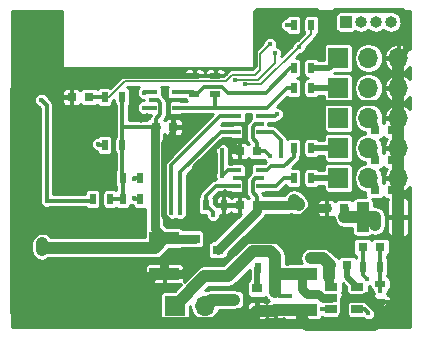
<source format=gbr>
G04 #@! TF.FileFunction,Copper,L2,Bot,Signal*
%FSLAX46Y46*%
G04 Gerber Fmt 4.6, Leading zero omitted, Abs format (unit mm)*
G04 Created by KiCad (PCBNEW 4.0.5-e0-6337~49~ubuntu14.04.1) date Thu Mar  2 13:58:40 2017*
%MOMM*%
%LPD*%
G01*
G04 APERTURE LIST*
%ADD10C,0.100000*%
%ADD11C,0.500000*%
%ADD12R,1.000000X1.000000*%
%ADD13O,1.000000X1.000000*%
%ADD14R,0.750000X0.800000*%
%ADD15R,0.800000X0.750000*%
%ADD16R,1.060000X0.650000*%
%ADD17R,0.900000X0.800000*%
%ADD18R,0.500000X0.900000*%
%ADD19R,0.900000X0.500000*%
%ADD20R,0.650000X0.400000*%
%ADD21R,1.700000X1.700000*%
%ADD22O,1.700000X1.700000*%
%ADD23R,2.500000X1.000000*%
%ADD24R,1.000000X2.500000*%
%ADD25C,0.400000*%
%ADD26C,0.800000*%
%ADD27C,0.300000*%
%ADD28C,1.000000*%
%ADD29C,0.400000*%
%ADD30C,0.500000*%
%ADD31C,0.150000*%
%ADD32C,0.254000*%
G04 APERTURE END LIST*
D10*
D11*
X151765000Y-94285500D03*
X164211000Y-90221500D03*
X163703000Y-90221500D03*
X164211000Y-89713500D03*
X161823400Y-105537700D03*
X150469600Y-110262100D03*
X140081000Y-109335000D03*
X140081000Y-108763500D03*
X168275000Y-107239500D03*
X161417000Y-105080500D03*
X168275000Y-106477500D03*
X159131000Y-91237500D03*
X163703000Y-89713500D03*
X139827000Y-103531100D03*
X139827000Y-101397500D03*
X144145000Y-97358900D03*
X143637000Y-99365500D03*
X143637000Y-101397500D03*
X143637000Y-103429500D03*
X143637000Y-107493500D03*
X143637000Y-111557500D03*
X143637000Y-113589500D03*
X160655000Y-108001500D03*
X161417000Y-107239500D03*
X155575000Y-104445500D03*
X153212800Y-103886700D03*
X145923000Y-98349500D03*
X148463000Y-98349500D03*
X152781000Y-98349500D03*
X152019000Y-110287500D03*
X151257000Y-110287500D03*
X156972000Y-114605500D03*
X157607000Y-115621500D03*
X158369000Y-115621500D03*
X164211000Y-115621500D03*
X167259000Y-115621500D03*
X166497000Y-115621500D03*
X164973000Y-115621500D03*
X165735000Y-115621500D03*
X165735000Y-112573500D03*
X165735000Y-114859500D03*
X165735000Y-114097500D03*
D12*
X165798500Y-90031000D03*
D13*
X167068500Y-90031000D03*
X168338500Y-90031000D03*
X169608500Y-90031000D03*
X170878500Y-90031000D03*
D11*
X165735000Y-113335500D03*
D14*
X159829500Y-112903000D03*
X159829500Y-114403000D03*
D15*
X156793500Y-105525000D03*
X158293500Y-105525000D03*
X164413500Y-110605000D03*
X165913500Y-110605000D03*
X151181500Y-98921000D03*
X149681500Y-98921000D03*
X169723500Y-101715000D03*
X168223500Y-101715000D03*
X169723500Y-104255000D03*
X168223500Y-104255000D03*
X169723500Y-99175000D03*
X168223500Y-99175000D03*
X167207500Y-109081000D03*
X168707500Y-109081000D03*
X165659500Y-105779000D03*
X164159500Y-105779000D03*
X142569500Y-96381000D03*
X144069500Y-96381000D03*
D16*
X166771500Y-112449000D03*
X166771500Y-113399000D03*
X166771500Y-114349000D03*
X164571500Y-114349000D03*
X164571500Y-112449000D03*
X164571500Y-113399000D03*
D17*
X158289500Y-112576000D03*
X158289500Y-114476000D03*
X156289500Y-113526000D03*
D18*
X161365500Y-90285000D03*
X162865500Y-90285000D03*
X162865500Y-93904500D03*
X161365500Y-93904500D03*
D19*
X152971500Y-94615000D03*
X152971500Y-96115000D03*
D18*
X162865500Y-95619000D03*
X161365500Y-95619000D03*
D19*
X154749500Y-94615000D03*
X154749500Y-96115000D03*
D18*
X158317500Y-110859000D03*
X159817500Y-110859000D03*
X161365500Y-100699000D03*
X162865500Y-100699000D03*
X161365500Y-103239000D03*
X162865500Y-103239000D03*
X168707500Y-110732000D03*
X167207500Y-110732000D03*
D19*
X168719500Y-113704500D03*
X168719500Y-112204500D03*
D18*
X146863500Y-100445000D03*
X145363500Y-100445000D03*
X145847500Y-105017000D03*
X144347500Y-105017000D03*
X148387500Y-103239000D03*
X146887500Y-103239000D03*
X153936000Y-105525000D03*
X155436000Y-105525000D03*
X148387500Y-105017000D03*
X146887500Y-105017000D03*
X146863500Y-96381000D03*
X145363500Y-96381000D03*
D20*
X151381500Y-95985000D03*
X151381500Y-97285000D03*
X149481500Y-96635000D03*
X151381500Y-96635000D03*
X149481500Y-97285000D03*
X149481500Y-95985000D03*
X156593500Y-103889000D03*
X156593500Y-102589000D03*
X158493500Y-103239000D03*
X156593500Y-103239000D03*
X158493500Y-102589000D03*
X158493500Y-103889000D03*
D17*
X152987500Y-110285000D03*
X152987500Y-108385000D03*
X154987500Y-109335000D03*
D21*
X151320500Y-114034000D03*
D22*
X153860500Y-114034000D03*
D15*
X156793500Y-100953000D03*
X158293500Y-100953000D03*
D20*
X156593500Y-99317000D03*
X156593500Y-98017000D03*
X158493500Y-98667000D03*
X156593500Y-98667000D03*
X158493500Y-98017000D03*
X158493500Y-99317000D03*
D21*
X165163500Y-93079000D03*
D22*
X167703500Y-93079000D03*
X170243500Y-93079000D03*
D21*
X165163500Y-95619000D03*
D22*
X167703500Y-95619000D03*
X170243500Y-95619000D03*
D21*
X165163500Y-100699000D03*
D22*
X167703500Y-100699000D03*
X170243500Y-100699000D03*
D21*
X165163500Y-103239000D03*
D22*
X167703500Y-103239000D03*
X170243500Y-103239000D03*
D21*
X165163500Y-98159000D03*
D22*
X167703500Y-98159000D03*
X170243500Y-98159000D03*
D23*
X162115500Y-111391000D03*
X162115500Y-114391000D03*
D24*
X167219500Y-106541000D03*
X170219500Y-106541000D03*
D23*
X150431500Y-108343000D03*
X150431500Y-111343000D03*
D25*
X161036000Y-113208500D03*
X137858500Y-114542000D03*
X139382500Y-93587000D03*
X162052000Y-96889000D03*
X159403500Y-101406000D03*
X165671500Y-106541000D03*
X167576500Y-111811500D03*
X162814000Y-110033500D03*
X163322000Y-110033500D03*
X168719500Y-112764000D03*
X167703500Y-114669000D03*
X140017500Y-96635000D03*
X140462000Y-105144000D03*
X144843500Y-96381000D03*
X159385000Y-91872500D03*
X163766500Y-114351500D03*
X160782000Y-90285000D03*
X157226000Y-95301486D03*
X161798008Y-92126500D03*
X144779500Y-100381000D03*
X159766000Y-92689690D03*
X156375370Y-94899476D03*
X147828000Y-103302500D03*
X155321006Y-100889500D03*
X155321000Y-103048500D03*
X154559000Y-106350500D03*
X147828000Y-104953500D03*
X148717000Y-97270000D03*
X148717000Y-96000000D03*
X159936610Y-97841500D03*
X160274000Y-101397500D03*
X151765000Y-106223500D03*
X151003002Y-106223500D03*
D26*
X162115500Y-111391000D02*
X162115500Y-112637000D01*
X162115500Y-112637000D02*
X162496500Y-113018000D01*
X162496500Y-113018000D02*
X163441102Y-113018000D01*
X163441102Y-113018000D02*
X163822102Y-113399000D01*
X163822102Y-113399000D02*
X164571500Y-113399000D01*
D27*
X161036000Y-113208500D02*
X160135000Y-113208500D01*
X160135000Y-113208500D02*
X159829500Y-112903000D01*
D28*
X159817500Y-110859000D02*
X159817500Y-111430500D01*
X159817500Y-111430500D02*
X159817500Y-112891000D01*
X162115500Y-111391000D02*
X159865500Y-111391000D01*
X159865500Y-111391000D02*
X159826000Y-111430500D01*
X159826000Y-111430500D02*
X159817500Y-111430500D01*
X159817500Y-112891000D02*
X159829500Y-112903000D01*
X151320500Y-114034000D02*
X153805501Y-111548999D01*
X153805501Y-111548999D02*
X155798899Y-111548999D01*
X155798899Y-111548999D02*
X157938898Y-109409000D01*
X157938898Y-109409000D02*
X159383500Y-109409000D01*
X159383500Y-109409000D02*
X159817500Y-109843000D01*
X159817500Y-109843000D02*
X159817500Y-110859000D01*
D29*
X170569606Y-89015000D02*
X164909500Y-89015000D01*
X164909500Y-89015000D02*
X164211000Y-89713500D01*
D30*
X141466000Y-94615000D02*
X142494000Y-94615000D01*
X142494000Y-94615000D02*
X152971500Y-94615000D01*
D27*
X142569500Y-96381000D02*
X142569500Y-94690500D01*
X142569500Y-94690500D02*
X142494000Y-94615000D01*
X158305500Y-89015000D02*
X163385500Y-89015000D01*
D30*
X156210000Y-109525500D02*
X156210000Y-109641102D01*
X156210000Y-109641102D02*
X155566102Y-110285000D01*
X155566102Y-110285000D02*
X153937500Y-110285000D01*
X153937500Y-110285000D02*
X152987500Y-110285000D01*
D26*
X157353510Y-108381990D02*
X156210000Y-109525500D01*
X164159500Y-105779000D02*
X162959500Y-105779000D01*
X160356510Y-108381990D02*
X157353510Y-108381990D01*
X162959500Y-105779000D02*
X160356510Y-108381990D01*
D30*
X151038040Y-107112500D02*
X153895000Y-107112500D01*
X153895000Y-107112500D02*
X153937500Y-107070000D01*
X150383010Y-100256186D02*
X150383010Y-106457470D01*
X150383010Y-106457470D02*
X151038040Y-107112500D01*
X151181500Y-98921000D02*
X151181500Y-99457696D01*
X151181500Y-99457696D02*
X150383010Y-100256186D01*
X153937500Y-107070000D02*
X153937500Y-109385000D01*
X156793500Y-100953000D02*
X156768500Y-100953000D01*
X155893500Y-100078000D02*
X155278544Y-100078000D01*
X153937500Y-109385000D02*
X153037500Y-110285000D01*
X155278544Y-100078000D02*
X153018002Y-102338542D01*
X156768500Y-100953000D02*
X155893500Y-100078000D01*
X153018002Y-102338542D02*
X153018002Y-106150502D01*
X153018002Y-106150502D02*
X153937500Y-107070000D01*
D27*
X156793500Y-105525000D02*
X156793500Y-106200000D01*
X156793500Y-106200000D02*
X155920000Y-107073500D01*
X153941000Y-107073500D02*
X153941000Y-109381500D01*
X155920000Y-107073500D02*
X153941000Y-107073500D01*
X153941000Y-109381500D02*
X153037500Y-110285000D01*
D30*
X153037500Y-110285000D02*
X152987500Y-110285000D01*
D27*
X139382500Y-93587000D02*
X139182501Y-93786999D01*
X139182501Y-93786999D02*
X139182501Y-94421999D01*
X139182501Y-94421999D02*
X139001500Y-94603000D01*
X141466000Y-94615000D02*
X139013500Y-94615000D01*
X139013500Y-94615000D02*
X139001500Y-94603000D01*
D28*
X149225000Y-115511001D02*
X138827501Y-115511001D01*
X138827501Y-115511001D02*
X137858500Y-114542000D01*
X137858500Y-114542000D02*
X137858500Y-95746000D01*
X137858500Y-95746000D02*
X139001500Y-94603000D01*
D26*
X150431500Y-111343000D02*
X150431500Y-110414500D01*
X150431500Y-110414500D02*
X150465000Y-110381000D01*
D28*
X157204499Y-115511001D02*
X149225000Y-115511001D01*
D26*
X149225000Y-111799500D02*
X149225000Y-115511001D01*
X150431500Y-111343000D02*
X149681500Y-111343000D01*
X149681500Y-111343000D02*
X149225000Y-111799500D01*
D28*
X158289500Y-114476000D02*
X158239500Y-114476000D01*
X158239500Y-114476000D02*
X157204499Y-115511001D01*
D27*
X155436000Y-105525000D02*
X156793500Y-105525000D01*
D26*
X152987500Y-110285000D02*
X152987500Y-110335000D01*
X152987500Y-110335000D02*
X151979500Y-111343000D01*
X151979500Y-111343000D02*
X150431500Y-111343000D01*
D27*
X154749500Y-94615000D02*
X155499500Y-94615000D01*
X155499500Y-94615000D02*
X156083000Y-94031500D01*
X156083000Y-94031500D02*
X157924500Y-94031500D01*
X157924500Y-94031500D02*
X158178500Y-93777500D01*
X158178500Y-93777500D02*
X158178500Y-89142000D01*
X158178500Y-89142000D02*
X158305500Y-89015000D01*
X170569606Y-89015000D02*
X170878500Y-89323894D01*
X170878500Y-89323894D02*
X170878500Y-90031000D01*
X154749500Y-94615000D02*
X152971500Y-94615000D01*
X151381500Y-96635000D02*
X151007898Y-96635000D01*
X151007898Y-96635000D02*
X150779499Y-96863399D01*
X150779499Y-96863399D02*
X150779499Y-97843999D01*
X150779499Y-97843999D02*
X151181500Y-98246000D01*
X151181500Y-98246000D02*
X151181500Y-98921000D01*
X156593500Y-103239000D02*
X156967102Y-103239000D01*
X156967102Y-103239000D02*
X157195501Y-103467399D01*
X157195501Y-103467399D02*
X157195501Y-104447999D01*
X157195501Y-104447999D02*
X156793500Y-104850000D01*
X156793500Y-104850000D02*
X156793500Y-105525000D01*
X156593500Y-98667000D02*
X156967102Y-98667000D01*
X156967102Y-98667000D02*
X157195501Y-98895399D01*
X157195501Y-98895399D02*
X157195501Y-99875999D01*
X157195501Y-99875999D02*
X156793500Y-100278000D01*
X156793500Y-100278000D02*
X156793500Y-100953000D01*
D28*
X170243500Y-98159000D02*
X170243500Y-96889000D01*
X170243500Y-96889000D02*
X170243500Y-95619000D01*
D30*
X162052000Y-96889000D02*
X170243500Y-96889000D01*
D28*
X170243500Y-100699000D02*
X170243500Y-99238500D01*
X170243500Y-99238500D02*
X170243500Y-98159000D01*
D30*
X169723500Y-99175000D02*
X170180000Y-99175000D01*
X170180000Y-99175000D02*
X170243500Y-99238500D01*
D28*
X170219500Y-106541000D02*
X170219500Y-104318500D01*
X170219500Y-104318500D02*
X170219500Y-103263000D01*
D30*
X169723500Y-104255000D02*
X170156000Y-104255000D01*
X170156000Y-104255000D02*
X170219500Y-104318500D01*
D28*
X170243500Y-103239000D02*
X170243500Y-101778500D01*
D30*
X170180000Y-101715000D02*
X170243500Y-101778500D01*
D28*
X170243500Y-101778500D02*
X170243500Y-100699000D01*
D30*
X169723500Y-101715000D02*
X170180000Y-101715000D01*
X170878500Y-90031000D02*
X170878500Y-92444000D01*
X170878500Y-92444000D02*
X170243500Y-93079000D01*
D28*
X170243500Y-95619000D02*
X170243500Y-93079000D01*
X170219500Y-103263000D02*
X170243500Y-103239000D01*
X168165462Y-115685000D02*
X170219500Y-113630962D01*
X170219500Y-113630962D02*
X170219500Y-106541000D01*
D27*
X168719500Y-113704500D02*
X167962962Y-113704500D01*
X167962962Y-113704500D02*
X167657462Y-113399000D01*
D26*
X166771500Y-113399000D02*
X167576500Y-113399000D01*
D28*
X165219102Y-115685000D02*
X168165462Y-115685000D01*
X168657501Y-115192961D02*
X168657501Y-114399039D01*
X168165462Y-115685000D02*
X168657501Y-115192961D01*
X168657501Y-114399039D02*
X167657462Y-113399000D01*
X167657462Y-113399000D02*
X167576500Y-113399000D01*
X162115500Y-114391000D02*
X162115500Y-115269001D01*
X165219102Y-115685000D02*
X165671500Y-115232602D01*
X162115500Y-115269001D02*
X162531499Y-115685000D01*
X162531499Y-115685000D02*
X165219102Y-115685000D01*
X165671500Y-115232602D02*
X165671500Y-114986500D01*
D26*
X165671500Y-113462500D02*
X165671500Y-114986500D01*
X166771500Y-113399000D02*
X165735000Y-113399000D01*
X165735000Y-113399000D02*
X165671500Y-113462500D01*
D28*
X159829500Y-114403000D02*
X162103500Y-114403000D01*
X162103500Y-114403000D02*
X162115500Y-114391000D01*
X158289500Y-114476000D02*
X159756500Y-114476000D01*
X159756500Y-114476000D02*
X159829500Y-114403000D01*
X161417000Y-105080500D02*
X161785895Y-105449395D01*
X161785895Y-105449395D02*
X161785895Y-105500195D01*
D26*
X158293500Y-105525000D02*
X161099500Y-105525000D01*
X161099500Y-105525000D02*
X161163000Y-105461500D01*
X161163000Y-105461500D02*
X161226501Y-105525001D01*
X161226501Y-105525001D02*
X161798001Y-105525001D01*
X154987500Y-109335000D02*
X158293500Y-106029000D01*
X158293500Y-106029000D02*
X158293500Y-105525000D01*
D27*
X158493500Y-103239000D02*
X158119898Y-103239000D01*
X158119898Y-103239000D02*
X157891499Y-103467399D01*
X157891499Y-103467399D02*
X157891499Y-104447999D01*
X157891499Y-104447999D02*
X158293500Y-104850000D01*
X158293500Y-104850000D02*
X158293500Y-105525000D01*
X158293500Y-100953000D02*
X158950500Y-100953000D01*
X158950500Y-100953000D02*
X159403500Y-101406000D01*
X158493500Y-98667000D02*
X158119898Y-98667000D01*
X158119898Y-98667000D02*
X157891499Y-98895399D01*
X157891499Y-98895399D02*
X157891499Y-99875999D01*
X157891499Y-99875999D02*
X158293500Y-100278000D01*
X158293500Y-100278000D02*
X158293500Y-100953000D01*
D30*
X168223500Y-99175000D02*
X168223500Y-98679000D01*
X168223500Y-98679000D02*
X167703500Y-98159000D01*
D26*
X165659500Y-105779000D02*
X165659500Y-106529000D01*
X165659500Y-106529000D02*
X165671500Y-106541000D01*
D28*
X168275000Y-106541000D02*
X168275000Y-107239500D01*
X165671500Y-106541000D02*
X166370000Y-106541000D01*
X167219500Y-106541000D02*
X166370000Y-106541000D01*
X168275000Y-106541000D02*
X167219500Y-106541000D01*
D27*
X167207500Y-110732000D02*
X167207500Y-111442500D01*
X167207500Y-111442500D02*
X167576500Y-111811500D01*
X167207500Y-110732000D02*
X167207500Y-110932000D01*
X167207500Y-109081000D02*
X167207500Y-110732000D01*
D28*
X163322000Y-110033500D02*
X162814000Y-110033500D01*
X163842000Y-110033500D02*
X163322000Y-110033500D01*
X164413500Y-110605000D02*
X163842000Y-110033500D01*
X164401500Y-111621000D02*
X164401500Y-110617000D01*
X164401500Y-110617000D02*
X164413500Y-110605000D01*
D26*
X164401500Y-112279000D02*
X164401500Y-111621000D01*
D30*
X164571500Y-112449000D02*
X164401500Y-112279000D01*
X165913500Y-110605000D02*
X165913500Y-111591000D01*
X165913500Y-111591000D02*
X166771500Y-112449000D01*
D28*
X140081000Y-109335000D02*
X140081000Y-108763500D01*
D26*
X149681500Y-98921000D02*
X149606000Y-98996500D01*
X149606000Y-98996500D02*
X149606000Y-107517500D01*
X149606000Y-107517500D02*
X150431500Y-108343000D01*
D28*
X150431500Y-108343000D02*
X149630000Y-109144500D01*
X149630000Y-109144500D02*
X140290498Y-109144500D01*
X140290498Y-109144500D02*
X140280999Y-109135001D01*
X140280999Y-109135001D02*
X140081000Y-109335000D01*
D27*
X149681500Y-98921000D02*
X146863500Y-98921000D01*
X146863500Y-98921000D02*
X146863500Y-100445000D01*
X146887500Y-105017000D02*
X145847500Y-105017000D01*
X146887500Y-103239000D02*
X146887500Y-105017000D01*
X146863500Y-100445000D02*
X146863500Y-103215000D01*
X146863500Y-103215000D02*
X146887500Y-103239000D01*
X146863500Y-96381000D02*
X146863500Y-97131000D01*
X146863500Y-97131000D02*
X146863500Y-100445000D01*
D26*
X152987500Y-108385000D02*
X150473500Y-108385000D01*
X150473500Y-108385000D02*
X150431500Y-108343000D01*
D27*
X149481500Y-96635000D02*
X149855102Y-96635000D01*
X149855102Y-96635000D02*
X150083501Y-96863399D01*
X150083501Y-96863399D02*
X150083501Y-97843999D01*
X150083501Y-97843999D02*
X149681500Y-98246000D01*
X149681500Y-98246000D02*
X149681500Y-98921000D01*
X168719500Y-112764000D02*
X168719500Y-112204500D01*
X166771500Y-114349000D02*
X167383500Y-114349000D01*
X167383500Y-114349000D02*
X167703500Y-114669000D01*
X168707500Y-110732000D02*
X168707500Y-112192500D01*
X168707500Y-112192500D02*
X168719500Y-112204500D01*
X168707500Y-110732000D02*
X168707500Y-109081000D01*
X140462000Y-105144000D02*
X140462000Y-97079500D01*
X140462000Y-97079500D02*
X140017500Y-96635000D01*
X140462000Y-105144000D02*
X144220500Y-105144000D01*
X144220500Y-105144000D02*
X144347500Y-105017000D01*
X144069500Y-96381000D02*
X144843500Y-96381000D01*
D31*
X145763500Y-96381000D02*
X145363500Y-96381000D01*
X147077499Y-95067001D02*
X145763500Y-96381000D01*
X158530510Y-94060490D02*
X158093526Y-94497474D01*
X158530510Y-92726990D02*
X158530510Y-94060490D01*
X156183197Y-94497474D02*
X155613670Y-95067001D01*
X159385000Y-91872500D02*
X158530510Y-92726990D01*
X155613670Y-95067001D02*
X147077499Y-95067001D01*
X158093526Y-94497474D02*
X156183197Y-94497474D01*
D27*
X145363500Y-96381000D02*
X144843500Y-96381000D01*
X164569000Y-114351500D02*
X164049342Y-114351500D01*
X164571500Y-114349000D02*
X164569000Y-114351500D01*
X164049342Y-114351500D02*
X163766500Y-114351500D01*
X161365500Y-90285000D02*
X160782000Y-90285000D01*
D30*
X164338000Y-93904500D02*
X162865500Y-93904500D01*
X165163500Y-93079000D02*
X164338000Y-93904500D01*
X165163500Y-95619000D02*
X162865500Y-95619000D01*
D28*
X156289500Y-113526000D02*
X154368500Y-113526000D01*
X154368500Y-113526000D02*
X153860500Y-114034000D01*
D30*
X165163500Y-100699000D02*
X162865500Y-100699000D01*
X165163500Y-103239000D02*
X162865500Y-103239000D01*
X158289500Y-112576000D02*
X158289500Y-110887000D01*
X158289500Y-110887000D02*
X158317500Y-110859000D01*
D31*
X161798008Y-92126500D02*
X158623022Y-95301486D01*
X158623022Y-95301486D02*
X157508842Y-95301486D01*
X157508842Y-95301486D02*
X157226000Y-95301486D01*
X162865500Y-90285000D02*
X162865500Y-91059008D01*
X161998007Y-91926501D02*
X161798008Y-92126500D01*
X162865500Y-91059008D02*
X161998007Y-91926501D01*
D27*
X161365500Y-93904500D02*
X161099500Y-93904500D01*
X161099500Y-93904500D02*
X159004000Y-96000000D01*
X159004000Y-96000000D02*
X155833102Y-96000000D01*
X155833102Y-96000000D02*
X155325102Y-95492000D01*
X155325102Y-95492000D02*
X153794500Y-95492000D01*
X153794500Y-95492000D02*
X153171500Y-96115000D01*
X153171500Y-96115000D02*
X152971500Y-96115000D01*
X151381500Y-95985000D02*
X152841500Y-95985000D01*
X152841500Y-95985000D02*
X152971500Y-96115000D01*
X161365500Y-95619000D02*
X160815500Y-95619000D01*
X159149500Y-97285000D02*
X154749500Y-97285000D01*
X160815500Y-95619000D02*
X159149500Y-97285000D01*
X151381500Y-97285000D02*
X154749500Y-97285000D01*
X154749500Y-97285000D02*
X154749500Y-96115000D01*
X159484500Y-102223000D02*
X160591500Y-102223000D01*
X160591500Y-102223000D02*
X161365500Y-101449000D01*
X161365500Y-101449000D02*
X161365500Y-100699000D01*
X158493500Y-102589000D02*
X159118500Y-102589000D01*
X159118500Y-102589000D02*
X159484500Y-102223000D01*
X159878000Y-103889000D02*
X160528000Y-103239000D01*
X160528000Y-103239000D02*
X161365500Y-103239000D01*
X158493500Y-103889000D02*
X159878000Y-103889000D01*
X145363500Y-100445000D02*
X144843500Y-100445000D01*
X144843500Y-100445000D02*
X144779500Y-100381000D01*
D31*
X156375370Y-94899476D02*
X158390024Y-94899476D01*
X159766000Y-92972532D02*
X159766000Y-92689690D01*
X158390024Y-94899476D02*
X159766000Y-93523500D01*
X159766000Y-93523500D02*
X159766000Y-92972532D01*
D27*
X148387500Y-103239000D02*
X147891500Y-103239000D01*
X147891500Y-103239000D02*
X147828000Y-103302500D01*
X155321000Y-100889506D02*
X155321006Y-100889500D01*
X155321000Y-103048500D02*
X155321000Y-100889506D01*
X155321000Y-103048500D02*
X155780500Y-102589000D01*
X155780500Y-102589000D02*
X156593500Y-102589000D01*
X154559000Y-106350500D02*
X154559000Y-106148000D01*
X154559000Y-106148000D02*
X153936000Y-105525000D01*
X156593500Y-103889000D02*
X154798000Y-103889000D01*
X154798000Y-103889000D02*
X153936000Y-104751000D01*
X153936000Y-104751000D02*
X153936000Y-105525000D01*
X148387500Y-105017000D02*
X147891500Y-105017000D01*
X147891500Y-105017000D02*
X147828000Y-104953500D01*
X148717000Y-97270000D02*
X149466500Y-97270000D01*
X149466500Y-97270000D02*
X149481500Y-97285000D01*
X149481500Y-95985000D02*
X148732000Y-95985000D01*
X148732000Y-95985000D02*
X148717000Y-96000000D01*
D30*
X168223500Y-101715000D02*
X168223500Y-101219000D01*
X168223500Y-101219000D02*
X167703500Y-100699000D01*
X168223500Y-104255000D02*
X168223500Y-103759000D01*
X168223500Y-103759000D02*
X167703500Y-103239000D01*
D27*
X159761110Y-98017000D02*
X159936610Y-97841500D01*
X158493500Y-98017000D02*
X159761110Y-98017000D01*
X160274000Y-100000500D02*
X159590500Y-99317000D01*
X159590500Y-99317000D02*
X158493500Y-99317000D01*
X160274000Y-101397500D02*
X160274000Y-100000500D01*
X151765000Y-105940658D02*
X151765000Y-106223500D01*
X151765000Y-102749500D02*
X151765000Y-105940658D01*
X155197500Y-99317000D02*
X151765000Y-102749500D01*
X156593500Y-99317000D02*
X155197500Y-99317000D01*
X156593500Y-98017000D02*
X155145500Y-98017000D01*
X155145500Y-98017000D02*
X151003002Y-102159498D01*
X151003002Y-102159498D02*
X151003002Y-105940658D01*
X151003002Y-105940658D02*
X151003002Y-106223500D01*
D32*
G36*
X141732000Y-93777500D02*
X141742006Y-93826910D01*
X141770447Y-93868535D01*
X141812841Y-93895815D01*
X141859000Y-93904500D01*
X157861000Y-93904500D01*
X157910410Y-93894494D01*
X157952035Y-93866053D01*
X157979315Y-93823659D01*
X157988000Y-93777500D01*
X157988000Y-90405210D01*
X160174895Y-90405210D01*
X160267110Y-90628389D01*
X160437713Y-90799290D01*
X160660730Y-90891895D01*
X160732853Y-90891958D01*
X160818044Y-91024349D01*
X160954052Y-91117279D01*
X161115500Y-91149973D01*
X161615500Y-91149973D01*
X161766325Y-91121593D01*
X161904849Y-91032456D01*
X161997779Y-90896448D01*
X162030473Y-90735000D01*
X162030473Y-89835000D01*
X162002093Y-89684175D01*
X161912956Y-89545651D01*
X161776948Y-89452721D01*
X161615500Y-89420027D01*
X161115500Y-89420027D01*
X160964675Y-89448407D01*
X160826151Y-89537544D01*
X160733221Y-89673552D01*
X160732329Y-89677956D01*
X160661790Y-89677895D01*
X160438611Y-89770110D01*
X160267710Y-89940713D01*
X160175105Y-90163730D01*
X160174895Y-90405210D01*
X157988000Y-90405210D01*
X157988000Y-89128000D01*
X165234870Y-89128000D01*
X165147675Y-89144407D01*
X165009151Y-89233544D01*
X164916221Y-89369552D01*
X164883527Y-89531000D01*
X164883527Y-90531000D01*
X164911907Y-90681825D01*
X165001044Y-90820349D01*
X165137052Y-90913279D01*
X165298500Y-90945973D01*
X166298500Y-90945973D01*
X166449325Y-90917593D01*
X166587849Y-90828456D01*
X166602376Y-90807195D01*
X166721406Y-90886728D01*
X167068500Y-90955769D01*
X167415594Y-90886728D01*
X167703500Y-90694355D01*
X167991406Y-90886728D01*
X168338500Y-90955769D01*
X168685594Y-90886728D01*
X168973500Y-90694355D01*
X169261406Y-90886728D01*
X169608500Y-90955769D01*
X169955594Y-90886728D01*
X170249846Y-90690115D01*
X170446459Y-90395863D01*
X170515500Y-90048769D01*
X170515500Y-90013231D01*
X170446459Y-89666137D01*
X170249846Y-89371885D01*
X169955594Y-89175272D01*
X169717941Y-89128000D01*
X171196500Y-89128000D01*
X171196500Y-92285173D01*
X170922044Y-92020868D01*
X170511907Y-91850991D01*
X170316500Y-91926059D01*
X170316500Y-93006000D01*
X170336500Y-93006000D01*
X170336500Y-93152000D01*
X170316500Y-93152000D01*
X170316500Y-94231941D01*
X170511907Y-94307009D01*
X170922044Y-94137132D01*
X171196500Y-93872827D01*
X171196500Y-94825173D01*
X170922044Y-94560868D01*
X170511907Y-94390991D01*
X170316500Y-94466059D01*
X170316500Y-95546000D01*
X170336500Y-95546000D01*
X170336500Y-95692000D01*
X170316500Y-95692000D01*
X170316500Y-96771941D01*
X170511907Y-96847009D01*
X170922044Y-96677132D01*
X171196500Y-96412827D01*
X171196500Y-97365173D01*
X170922044Y-97100868D01*
X170511907Y-96930991D01*
X170316500Y-97006059D01*
X170316500Y-98086000D01*
X170336500Y-98086000D01*
X170336500Y-98232000D01*
X170316500Y-98232000D01*
X170316500Y-98252000D01*
X170170500Y-98252000D01*
X170170500Y-98232000D01*
X169090365Y-98232000D01*
X169015484Y-98427409D01*
X169047394Y-98500521D01*
X168978462Y-98569453D01*
X168970759Y-98588048D01*
X168920956Y-98510651D01*
X168898503Y-98495309D01*
X168960500Y-98183626D01*
X168960500Y-98134374D01*
X168912009Y-97890591D01*
X169015484Y-97890591D01*
X169090365Y-98086000D01*
X170170500Y-98086000D01*
X170170500Y-97006059D01*
X169975093Y-96930991D01*
X169564956Y-97100868D01*
X169211677Y-97441081D01*
X169015484Y-97890591D01*
X168912009Y-97890591D01*
X168864817Y-97653341D01*
X168592333Y-97245541D01*
X168184533Y-96973057D01*
X167761948Y-96889000D01*
X168184533Y-96804943D01*
X168592333Y-96532459D01*
X168864817Y-96124659D01*
X168912008Y-95887409D01*
X169015484Y-95887409D01*
X169211677Y-96336919D01*
X169564956Y-96677132D01*
X169975093Y-96847009D01*
X170170500Y-96771941D01*
X170170500Y-95692000D01*
X169090365Y-95692000D01*
X169015484Y-95887409D01*
X168912008Y-95887409D01*
X168960500Y-95643626D01*
X168960500Y-95594374D01*
X168912009Y-95350591D01*
X169015484Y-95350591D01*
X169090365Y-95546000D01*
X170170500Y-95546000D01*
X170170500Y-94466059D01*
X169975093Y-94390991D01*
X169564956Y-94560868D01*
X169211677Y-94901081D01*
X169015484Y-95350591D01*
X168912009Y-95350591D01*
X168864817Y-95113341D01*
X168592333Y-94705541D01*
X168184533Y-94433057D01*
X167761948Y-94349000D01*
X168184533Y-94264943D01*
X168592333Y-93992459D01*
X168864817Y-93584659D01*
X168912008Y-93347409D01*
X169015484Y-93347409D01*
X169211677Y-93796919D01*
X169564956Y-94137132D01*
X169975093Y-94307009D01*
X170170500Y-94231941D01*
X170170500Y-93152000D01*
X169090365Y-93152000D01*
X169015484Y-93347409D01*
X168912008Y-93347409D01*
X168960500Y-93103626D01*
X168960500Y-93054374D01*
X168912009Y-92810591D01*
X169015484Y-92810591D01*
X169090365Y-93006000D01*
X170170500Y-93006000D01*
X170170500Y-91926059D01*
X169975093Y-91850991D01*
X169564956Y-92020868D01*
X169211677Y-92361081D01*
X169015484Y-92810591D01*
X168912009Y-92810591D01*
X168864817Y-92573341D01*
X168592333Y-92165541D01*
X168184533Y-91893057D01*
X167703500Y-91797374D01*
X167222467Y-91893057D01*
X166814667Y-92165541D01*
X166542183Y-92573341D01*
X166446500Y-93054374D01*
X166446500Y-93103626D01*
X166542183Y-93584659D01*
X166814667Y-93992459D01*
X167222467Y-94264943D01*
X167645052Y-94349000D01*
X167222467Y-94433057D01*
X166814667Y-94705541D01*
X166542183Y-95113341D01*
X166446500Y-95594374D01*
X166446500Y-95643626D01*
X166542183Y-96124659D01*
X166814667Y-96532459D01*
X167222467Y-96804943D01*
X167645052Y-96889000D01*
X167222467Y-96973057D01*
X166814667Y-97245541D01*
X166542183Y-97653341D01*
X166446500Y-98134374D01*
X166446500Y-98183626D01*
X166542183Y-98664659D01*
X166814667Y-99072459D01*
X167222467Y-99344943D01*
X167408527Y-99381952D01*
X167408527Y-99476048D01*
X167222467Y-99513057D01*
X166814667Y-99785541D01*
X166542183Y-100193341D01*
X166446500Y-100674374D01*
X166446500Y-100723626D01*
X166542183Y-101204659D01*
X166814667Y-101612459D01*
X167222467Y-101884943D01*
X167408527Y-101921952D01*
X167408527Y-102016048D01*
X167222467Y-102053057D01*
X166814667Y-102325541D01*
X166542183Y-102733341D01*
X166446500Y-103214374D01*
X166446500Y-103263626D01*
X166542183Y-103744659D01*
X166814667Y-104152459D01*
X167222467Y-104424943D01*
X167408527Y-104461952D01*
X167408527Y-104630000D01*
X167436907Y-104780825D01*
X167498167Y-104876027D01*
X166719500Y-104876027D01*
X166568675Y-104904407D01*
X166430151Y-104993544D01*
X166350443Y-105110201D01*
X166220948Y-105021721D01*
X166059500Y-104989027D01*
X165745101Y-104989027D01*
X165659500Y-104972000D01*
X165573899Y-104989027D01*
X165259500Y-104989027D01*
X165108675Y-105017407D01*
X164970151Y-105106544D01*
X164912047Y-105191582D01*
X164904538Y-105173453D01*
X164790047Y-105058962D01*
X164640457Y-104997000D01*
X164334250Y-104997000D01*
X164232500Y-105098750D01*
X164232500Y-105706000D01*
X164252500Y-105706000D01*
X164252500Y-105852000D01*
X164232500Y-105852000D01*
X164232500Y-106459250D01*
X164334250Y-106561000D01*
X164640457Y-106561000D01*
X164771302Y-106506802D01*
X164764500Y-106541000D01*
X164833541Y-106888094D01*
X165030154Y-107182346D01*
X165324406Y-107378959D01*
X165671500Y-107448000D01*
X166304527Y-107448000D01*
X166304527Y-107791000D01*
X166332907Y-107941825D01*
X166422044Y-108080349D01*
X166558052Y-108173279D01*
X166719500Y-108205973D01*
X167719500Y-108205973D01*
X167870325Y-108177593D01*
X168002791Y-108092354D01*
X168275000Y-108146500D01*
X168622094Y-108077459D01*
X168916346Y-107880846D01*
X169112959Y-107586594D01*
X169182000Y-107239500D01*
X169182000Y-106715750D01*
X169312500Y-106715750D01*
X169312500Y-107871958D01*
X169374462Y-108021547D01*
X169488953Y-108136038D01*
X169638543Y-108198000D01*
X170044750Y-108198000D01*
X170146500Y-108096250D01*
X170146500Y-106614000D01*
X170292500Y-106614000D01*
X170292500Y-108096250D01*
X170394250Y-108198000D01*
X170800457Y-108198000D01*
X170950047Y-108136038D01*
X171064538Y-108021547D01*
X171126500Y-107871958D01*
X171126500Y-106715750D01*
X171024750Y-106614000D01*
X170292500Y-106614000D01*
X170146500Y-106614000D01*
X169414250Y-106614000D01*
X169312500Y-106715750D01*
X169182000Y-106715750D01*
X169182000Y-106541000D01*
X169112959Y-106193906D01*
X168916346Y-105899654D01*
X168622094Y-105703041D01*
X168275000Y-105634000D01*
X168134473Y-105634000D01*
X168134473Y-105291000D01*
X168106093Y-105140175D01*
X168044833Y-105044973D01*
X168623500Y-105044973D01*
X168774325Y-105016593D01*
X168912849Y-104927456D01*
X168970953Y-104842418D01*
X168978462Y-104860547D01*
X169092953Y-104975038D01*
X169242543Y-105037000D01*
X169397915Y-105037000D01*
X169374462Y-105060453D01*
X169312500Y-105210042D01*
X169312500Y-106366250D01*
X169414250Y-106468000D01*
X170146500Y-106468000D01*
X170146500Y-106448000D01*
X170292500Y-106448000D01*
X170292500Y-106468000D01*
X171024750Y-106468000D01*
X171126500Y-106366250D01*
X171126500Y-105210042D01*
X171064538Y-105060453D01*
X170950047Y-104945962D01*
X170800457Y-104884000D01*
X170445085Y-104884000D01*
X170468538Y-104860547D01*
X170530500Y-104710958D01*
X170530500Y-104459308D01*
X170922044Y-104297132D01*
X171196500Y-104032827D01*
X171196500Y-115814000D01*
X137510500Y-115814000D01*
X137510500Y-113184000D01*
X150055527Y-113184000D01*
X150055527Y-114884000D01*
X150083907Y-115034825D01*
X150173044Y-115173349D01*
X150309052Y-115266279D01*
X150470500Y-115298973D01*
X152170500Y-115298973D01*
X152321325Y-115270593D01*
X152459849Y-115181456D01*
X152552779Y-115045448D01*
X152585473Y-114884000D01*
X152585473Y-114051719D01*
X152603500Y-114033692D01*
X152603500Y-114058626D01*
X152699183Y-114539659D01*
X152971667Y-114947459D01*
X153379467Y-115219943D01*
X153860500Y-115315626D01*
X154341533Y-115219943D01*
X154749333Y-114947459D01*
X154947588Y-114650750D01*
X157432500Y-114650750D01*
X157432500Y-114956958D01*
X157494462Y-115106547D01*
X157608953Y-115221038D01*
X157758543Y-115283000D01*
X158114750Y-115283000D01*
X158216500Y-115181250D01*
X158216500Y-114549000D01*
X158362500Y-114549000D01*
X158362500Y-115181250D01*
X158464250Y-115283000D01*
X158820457Y-115283000D01*
X158970047Y-115221038D01*
X159084538Y-115106547D01*
X159113219Y-115037304D01*
X159223953Y-115148038D01*
X159373542Y-115210000D01*
X159654750Y-115210000D01*
X159756500Y-115108250D01*
X159756500Y-114476000D01*
X159902500Y-114476000D01*
X159902500Y-115108250D01*
X160004250Y-115210000D01*
X160285458Y-115210000D01*
X160435047Y-115148038D01*
X160503204Y-115079881D01*
X160520462Y-115121547D01*
X160634953Y-115236038D01*
X160784542Y-115298000D01*
X161940750Y-115298000D01*
X162042500Y-115196250D01*
X162042500Y-114464000D01*
X160560250Y-114464000D01*
X160529000Y-114495250D01*
X160509750Y-114476000D01*
X159902500Y-114476000D01*
X159756500Y-114476000D01*
X159149250Y-114476000D01*
X159060500Y-114564750D01*
X159044750Y-114549000D01*
X158362500Y-114549000D01*
X158216500Y-114549000D01*
X157534250Y-114549000D01*
X157432500Y-114650750D01*
X154947588Y-114650750D01*
X155021817Y-114539659D01*
X155043033Y-114433000D01*
X156289500Y-114433000D01*
X156636594Y-114363959D01*
X156670995Y-114340973D01*
X156739500Y-114340973D01*
X156890325Y-114312593D01*
X157028849Y-114223456D01*
X157121779Y-114087448D01*
X157140491Y-113995042D01*
X157432500Y-113995042D01*
X157432500Y-114301250D01*
X157534250Y-114403000D01*
X158216500Y-114403000D01*
X158216500Y-113770750D01*
X158114750Y-113669000D01*
X157758543Y-113669000D01*
X157608953Y-113730962D01*
X157494462Y-113845453D01*
X157432500Y-113995042D01*
X157140491Y-113995042D01*
X157154473Y-113926000D01*
X157154473Y-113737285D01*
X157196500Y-113526000D01*
X157154473Y-113314715D01*
X157154473Y-113126000D01*
X157126093Y-112975175D01*
X157036956Y-112836651D01*
X156900948Y-112743721D01*
X156739500Y-112711027D01*
X156670995Y-112711027D01*
X156636594Y-112688041D01*
X156289500Y-112619000D01*
X154368500Y-112619000D01*
X154021406Y-112688041D01*
X153910300Y-112762280D01*
X153880783Y-112756409D01*
X154181193Y-112455999D01*
X155798899Y-112455999D01*
X156145993Y-112386958D01*
X156440245Y-112190345D01*
X157632500Y-110998090D01*
X157632500Y-111825554D01*
X157550151Y-111878544D01*
X157457221Y-112014552D01*
X157424527Y-112176000D01*
X157424527Y-112976000D01*
X157452907Y-113126825D01*
X157542044Y-113265349D01*
X157678052Y-113358279D01*
X157839500Y-113390973D01*
X158739500Y-113390973D01*
X158890325Y-113362593D01*
X159010891Y-113285012D01*
X159046041Y-113337618D01*
X159067907Y-113453825D01*
X159157044Y-113592349D01*
X159242082Y-113650453D01*
X159223953Y-113657962D01*
X159109462Y-113772453D01*
X159080781Y-113841696D01*
X158970047Y-113730962D01*
X158820457Y-113669000D01*
X158464250Y-113669000D01*
X158362500Y-113770750D01*
X158362500Y-114403000D01*
X159044750Y-114403000D01*
X159133500Y-114314250D01*
X159149250Y-114330000D01*
X159756500Y-114330000D01*
X159756500Y-114310000D01*
X159902500Y-114310000D01*
X159902500Y-114330000D01*
X160509750Y-114330000D01*
X160541000Y-114298750D01*
X160560250Y-114318000D01*
X162042500Y-114318000D01*
X162042500Y-114298000D01*
X162188500Y-114298000D01*
X162188500Y-114318000D01*
X162208500Y-114318000D01*
X162208500Y-114464000D01*
X162188500Y-114464000D01*
X162188500Y-115196250D01*
X162290250Y-115298000D01*
X163446458Y-115298000D01*
X163596047Y-115236038D01*
X163710538Y-115121547D01*
X163769002Y-114980402D01*
X163880052Y-115056279D01*
X164041500Y-115088973D01*
X165101500Y-115088973D01*
X165252325Y-115060593D01*
X165390849Y-114971456D01*
X165483779Y-114835448D01*
X165516473Y-114674000D01*
X165516473Y-114024000D01*
X165826527Y-114024000D01*
X165826527Y-114674000D01*
X165854907Y-114824825D01*
X165944044Y-114963349D01*
X166080052Y-115056279D01*
X166241500Y-115088973D01*
X167265060Y-115088973D01*
X167359213Y-115183290D01*
X167582230Y-115275895D01*
X167823710Y-115276105D01*
X168046889Y-115183890D01*
X168217790Y-115013287D01*
X168310395Y-114790270D01*
X168310605Y-114548790D01*
X168233219Y-114361500D01*
X168544750Y-114361500D01*
X168646500Y-114259750D01*
X168646500Y-113777500D01*
X168792500Y-113777500D01*
X168792500Y-114259750D01*
X168894250Y-114361500D01*
X169250458Y-114361500D01*
X169400047Y-114299538D01*
X169514538Y-114185047D01*
X169576500Y-114035457D01*
X169576500Y-113879250D01*
X169474750Y-113777500D01*
X168792500Y-113777500D01*
X168646500Y-113777500D01*
X167964250Y-113777500D01*
X167862500Y-113879250D01*
X167862500Y-114035457D01*
X167865913Y-114043697D01*
X167777358Y-113955142D01*
X167692897Y-113898707D01*
X167688093Y-113873175D01*
X167598956Y-113734651D01*
X167462948Y-113641721D01*
X167301500Y-113609027D01*
X166241500Y-113609027D01*
X166090675Y-113637407D01*
X165952151Y-113726544D01*
X165859221Y-113862552D01*
X165826527Y-114024000D01*
X165516473Y-114024000D01*
X165488093Y-113873175D01*
X165486702Y-113871013D01*
X165516473Y-113724000D01*
X165516473Y-113074000D01*
X165488093Y-112923175D01*
X165486702Y-112921013D01*
X165516473Y-112774000D01*
X165516473Y-112124000D01*
X165516267Y-112122905D01*
X165826527Y-112433165D01*
X165826527Y-112774000D01*
X165854907Y-112924825D01*
X165944044Y-113063349D01*
X166080052Y-113156279D01*
X166241500Y-113188973D01*
X167301500Y-113188973D01*
X167452325Y-113160593D01*
X167590849Y-113071456D01*
X167683779Y-112935448D01*
X167716473Y-112774000D01*
X167716473Y-112410439D01*
X167854527Y-112353397D01*
X167854527Y-112454500D01*
X167882907Y-112605325D01*
X167972044Y-112743849D01*
X168108052Y-112836779D01*
X168112435Y-112837667D01*
X168112395Y-112884210D01*
X168181133Y-113050569D01*
X168038953Y-113109462D01*
X167924462Y-113223953D01*
X167862500Y-113373543D01*
X167862500Y-113529750D01*
X167964250Y-113631500D01*
X168646500Y-113631500D01*
X168646500Y-113611500D01*
X168792500Y-113611500D01*
X168792500Y-113631500D01*
X169474750Y-113631500D01*
X169576500Y-113529750D01*
X169576500Y-113373543D01*
X169514538Y-113223953D01*
X169400047Y-113109462D01*
X169257773Y-113050530D01*
X169326395Y-112885270D01*
X169326437Y-112837160D01*
X169458849Y-112751956D01*
X169551779Y-112615948D01*
X169584473Y-112454500D01*
X169584473Y-111954500D01*
X169556093Y-111803675D01*
X169466956Y-111665151D01*
X169330948Y-111572221D01*
X169264500Y-111558765D01*
X169264500Y-111453623D01*
X169339779Y-111343448D01*
X169372473Y-111182000D01*
X169372473Y-110282000D01*
X169344093Y-110131175D01*
X169264500Y-110007483D01*
X169264500Y-109838620D01*
X169396849Y-109753456D01*
X169489779Y-109617448D01*
X169522473Y-109456000D01*
X169522473Y-108706000D01*
X169494093Y-108555175D01*
X169404956Y-108416651D01*
X169268948Y-108323721D01*
X169107500Y-108291027D01*
X168307500Y-108291027D01*
X168156675Y-108319407D01*
X168018151Y-108408544D01*
X167957169Y-108497794D01*
X167904956Y-108416651D01*
X167768948Y-108323721D01*
X167607500Y-108291027D01*
X166807500Y-108291027D01*
X166656675Y-108319407D01*
X166518151Y-108408544D01*
X166425221Y-108544552D01*
X166392527Y-108706000D01*
X166392527Y-109456000D01*
X166420907Y-109606825D01*
X166510044Y-109745349D01*
X166646052Y-109838279D01*
X166650500Y-109839180D01*
X166650500Y-110002105D01*
X166610956Y-109940651D01*
X166474948Y-109847721D01*
X166313500Y-109815027D01*
X165513500Y-109815027D01*
X165362675Y-109843407D01*
X165224151Y-109932544D01*
X165163169Y-110021794D01*
X165110956Y-109940651D01*
X164974948Y-109847721D01*
X164929763Y-109838571D01*
X164483346Y-109392154D01*
X164189094Y-109195541D01*
X163842000Y-109126500D01*
X162814000Y-109126500D01*
X162466906Y-109195541D01*
X162172654Y-109392154D01*
X161976041Y-109686406D01*
X161907000Y-110033500D01*
X161976041Y-110380594D01*
X162039807Y-110476027D01*
X160865500Y-110476027D01*
X160823128Y-110484000D01*
X160724500Y-110484000D01*
X160724500Y-109843000D01*
X160655459Y-109495906D01*
X160458846Y-109201654D01*
X160024846Y-108767654D01*
X159730594Y-108571041D01*
X159383500Y-108502000D01*
X157938898Y-108502000D01*
X157591804Y-108571041D01*
X157297552Y-108767654D01*
X155423207Y-110641999D01*
X153805501Y-110641999D01*
X153458407Y-110711040D01*
X153164155Y-110907653D01*
X152046533Y-112025275D01*
X152088500Y-111923957D01*
X152088500Y-111517750D01*
X151986750Y-111416000D01*
X150504500Y-111416000D01*
X150504500Y-112148250D01*
X150606250Y-112250000D01*
X151762458Y-112250000D01*
X151863775Y-112208033D01*
X151302781Y-112769027D01*
X150470500Y-112769027D01*
X150319675Y-112797407D01*
X150181151Y-112886544D01*
X150088221Y-113022552D01*
X150055527Y-113184000D01*
X137510500Y-113184000D01*
X137510500Y-111517750D01*
X148774500Y-111517750D01*
X148774500Y-111923957D01*
X148836462Y-112073547D01*
X148950953Y-112188038D01*
X149100542Y-112250000D01*
X150256750Y-112250000D01*
X150358500Y-112148250D01*
X150358500Y-111416000D01*
X148876250Y-111416000D01*
X148774500Y-111517750D01*
X137510500Y-111517750D01*
X137510500Y-110762043D01*
X148774500Y-110762043D01*
X148774500Y-111168250D01*
X148876250Y-111270000D01*
X150358500Y-111270000D01*
X150358500Y-110537750D01*
X150504500Y-110537750D01*
X150504500Y-111270000D01*
X151986750Y-111270000D01*
X152088500Y-111168250D01*
X152088500Y-110762043D01*
X152026538Y-110612453D01*
X151912047Y-110497962D01*
X151762458Y-110436000D01*
X150606250Y-110436000D01*
X150504500Y-110537750D01*
X150358500Y-110537750D01*
X150256750Y-110436000D01*
X149100542Y-110436000D01*
X148950953Y-110497962D01*
X148836462Y-110612453D01*
X148774500Y-110762043D01*
X137510500Y-110762043D01*
X137510500Y-108763500D01*
X139174000Y-108763500D01*
X139174000Y-109335000D01*
X139243041Y-109682094D01*
X139439654Y-109976346D01*
X139733906Y-110172959D01*
X140081000Y-110242000D01*
X140428094Y-110172959D01*
X140609870Y-110051500D01*
X149630000Y-110051500D01*
X149977094Y-109982459D01*
X150271346Y-109785846D01*
X150799219Y-109257973D01*
X151681500Y-109257973D01*
X151832325Y-109229593D01*
X151890747Y-109192000D01*
X152498128Y-109192000D01*
X152537500Y-109199973D01*
X153437500Y-109199973D01*
X153588325Y-109171593D01*
X153726849Y-109082456D01*
X153819779Y-108946448D01*
X153852473Y-108785000D01*
X153852473Y-107985000D01*
X153824093Y-107834175D01*
X153734956Y-107695651D01*
X153598948Y-107602721D01*
X153437500Y-107570027D01*
X152537500Y-107570027D01*
X152495128Y-107578000D01*
X151994624Y-107578000D01*
X151978956Y-107553651D01*
X151842948Y-107460721D01*
X151681500Y-107428027D01*
X150657797Y-107428027D01*
X150413000Y-107183230D01*
X150413000Y-106385103D01*
X150488112Y-106566889D01*
X150658715Y-106737790D01*
X150881732Y-106830395D01*
X151123212Y-106830605D01*
X151346391Y-106738390D01*
X151383917Y-106700930D01*
X151420713Y-106737790D01*
X151643730Y-106830395D01*
X151885210Y-106830605D01*
X152108389Y-106738390D01*
X152279290Y-106567787D01*
X152371895Y-106344770D01*
X152372105Y-106103290D01*
X152322000Y-105982026D01*
X152322000Y-105075000D01*
X153271027Y-105075000D01*
X153271027Y-105975000D01*
X153299407Y-106125825D01*
X153388544Y-106264349D01*
X153524552Y-106357279D01*
X153686000Y-106389973D01*
X153951965Y-106389973D01*
X153951895Y-106470710D01*
X154044110Y-106693889D01*
X154214713Y-106864790D01*
X154437730Y-106957395D01*
X154679210Y-106957605D01*
X154902389Y-106865390D01*
X155073290Y-106694787D01*
X155165895Y-106471770D01*
X155165973Y-106382000D01*
X155261250Y-106382000D01*
X155363000Y-106280250D01*
X155363000Y-105598000D01*
X155509000Y-105598000D01*
X155509000Y-106280250D01*
X155610750Y-106382000D01*
X155766957Y-106382000D01*
X155916547Y-106320038D01*
X156031038Y-106205547D01*
X156058108Y-106140193D01*
X156162953Y-106245038D01*
X156312543Y-106307000D01*
X156618750Y-106307000D01*
X156720500Y-106205250D01*
X156720500Y-105598000D01*
X156088250Y-105598000D01*
X156039750Y-105646500D01*
X155991250Y-105598000D01*
X155509000Y-105598000D01*
X155363000Y-105598000D01*
X154880750Y-105598000D01*
X154838733Y-105640017D01*
X154600973Y-105402257D01*
X154600973Y-105075000D01*
X154585740Y-104994042D01*
X154779000Y-104994042D01*
X154779000Y-105350250D01*
X154880750Y-105452000D01*
X155363000Y-105452000D01*
X155363000Y-104769750D01*
X155509000Y-104769750D01*
X155509000Y-105452000D01*
X155991250Y-105452000D01*
X156039750Y-105403500D01*
X156088250Y-105452000D01*
X156720500Y-105452000D01*
X156720500Y-104844750D01*
X156618750Y-104743000D01*
X156312543Y-104743000D01*
X156162953Y-104804962D01*
X156058108Y-104909807D01*
X156031038Y-104844453D01*
X155916547Y-104729962D01*
X155766957Y-104668000D01*
X155610750Y-104668000D01*
X155509000Y-104769750D01*
X155363000Y-104769750D01*
X155261250Y-104668000D01*
X155105043Y-104668000D01*
X154955453Y-104729962D01*
X154840962Y-104844453D01*
X154779000Y-104994042D01*
X154585740Y-104994042D01*
X154572593Y-104924175D01*
X154563959Y-104910757D01*
X155028717Y-104446000D01*
X156070055Y-104446000D01*
X156107052Y-104471279D01*
X156268500Y-104503973D01*
X156918500Y-104503973D01*
X157069325Y-104475593D01*
X157207849Y-104386456D01*
X157300779Y-104250448D01*
X157333473Y-104089000D01*
X157333473Y-103689000D01*
X157309110Y-103559526D01*
X157325500Y-103519958D01*
X157325500Y-103413750D01*
X157223750Y-103312000D01*
X157087674Y-103312000D01*
X157079948Y-103306721D01*
X156918500Y-103274027D01*
X156500500Y-103274027D01*
X156500500Y-103203973D01*
X156918500Y-103203973D01*
X157069325Y-103175593D01*
X157084233Y-103166000D01*
X157223750Y-103166000D01*
X157325500Y-103064250D01*
X157325500Y-102958042D01*
X157307863Y-102915464D01*
X157333473Y-102789000D01*
X157333473Y-102389000D01*
X157305093Y-102238175D01*
X157215956Y-102099651D01*
X157079948Y-102006721D01*
X156918500Y-101974027D01*
X156268500Y-101974027D01*
X156117675Y-102002407D01*
X156071686Y-102032000D01*
X155878000Y-102032000D01*
X155878000Y-101130945D01*
X155879326Y-101127750D01*
X155986500Y-101127750D01*
X155986500Y-101408958D01*
X156048462Y-101558547D01*
X156162953Y-101673038D01*
X156312543Y-101735000D01*
X156618750Y-101735000D01*
X156720500Y-101633250D01*
X156720500Y-101026000D01*
X156088250Y-101026000D01*
X155986500Y-101127750D01*
X155879326Y-101127750D01*
X155927901Y-101010770D01*
X155928111Y-100769290D01*
X155835896Y-100546111D01*
X155786913Y-100497042D01*
X155986500Y-100497042D01*
X155986500Y-100778250D01*
X156088250Y-100880000D01*
X156720500Y-100880000D01*
X156720500Y-100272750D01*
X156618750Y-100171000D01*
X156312543Y-100171000D01*
X156162953Y-100232962D01*
X156048462Y-100347453D01*
X155986500Y-100497042D01*
X155786913Y-100497042D01*
X155665293Y-100375210D01*
X155442276Y-100282605D01*
X155200796Y-100282395D01*
X154977617Y-100374610D01*
X154806716Y-100545213D01*
X154714111Y-100768230D01*
X154713901Y-101009710D01*
X154764000Y-101130960D01*
X154764000Y-102807070D01*
X154714105Y-102927230D01*
X154713895Y-103168710D01*
X154782628Y-103335058D01*
X154584845Y-103374399D01*
X154404141Y-103495142D01*
X153542142Y-104357142D01*
X153421399Y-104537845D01*
X153379000Y-104751000D01*
X153379000Y-104803377D01*
X153303721Y-104913552D01*
X153271027Y-105075000D01*
X152322000Y-105075000D01*
X152322000Y-102980216D01*
X155428217Y-99874000D01*
X156070055Y-99874000D01*
X156107052Y-99899279D01*
X156268500Y-99931973D01*
X156918500Y-99931973D01*
X157069325Y-99903593D01*
X157207849Y-99814456D01*
X157300779Y-99678448D01*
X157333473Y-99517000D01*
X157333473Y-99117000D01*
X157309110Y-98987526D01*
X157325500Y-98947958D01*
X157325500Y-98841750D01*
X157223750Y-98740000D01*
X157087674Y-98740000D01*
X157079948Y-98734721D01*
X156918500Y-98702027D01*
X156268500Y-98702027D01*
X156117675Y-98730407D01*
X156102767Y-98740000D01*
X155963250Y-98740000D01*
X155943250Y-98760000D01*
X155197500Y-98760000D01*
X155188409Y-98761808D01*
X155376217Y-98574000D01*
X155943250Y-98574000D01*
X155963250Y-98594000D01*
X156099326Y-98594000D01*
X156107052Y-98599279D01*
X156268500Y-98631973D01*
X156918500Y-98631973D01*
X157069325Y-98603593D01*
X157084233Y-98594000D01*
X157223750Y-98594000D01*
X157325500Y-98492250D01*
X157325500Y-98386042D01*
X157307863Y-98343464D01*
X157333473Y-98217000D01*
X157333473Y-97842000D01*
X157753527Y-97842000D01*
X157753527Y-98217000D01*
X157759841Y-98250556D01*
X157726040Y-98273141D01*
X157497641Y-98501541D01*
X157376898Y-98682244D01*
X157334499Y-98895399D01*
X157334499Y-99875999D01*
X157367519Y-100042000D01*
X157376898Y-100089154D01*
X157497641Y-100269857D01*
X157565255Y-100337471D01*
X157546047Y-100365582D01*
X157538538Y-100347453D01*
X157424047Y-100232962D01*
X157274457Y-100171000D01*
X156968250Y-100171000D01*
X156866500Y-100272750D01*
X156866500Y-100880000D01*
X156886500Y-100880000D01*
X156886500Y-101026000D01*
X156866500Y-101026000D01*
X156866500Y-101633250D01*
X156968250Y-101735000D01*
X157274457Y-101735000D01*
X157424047Y-101673038D01*
X157538538Y-101558547D01*
X157546241Y-101539952D01*
X157596044Y-101617349D01*
X157732052Y-101710279D01*
X157893500Y-101742973D01*
X158693500Y-101742973D01*
X158844325Y-101714593D01*
X158867951Y-101699390D01*
X158888610Y-101749389D01*
X159029379Y-101890404D01*
X158924326Y-101995457D01*
X158818500Y-101974027D01*
X158168500Y-101974027D01*
X158017675Y-102002407D01*
X157879151Y-102091544D01*
X157786221Y-102227552D01*
X157753527Y-102389000D01*
X157753527Y-102789000D01*
X157759841Y-102822556D01*
X157726040Y-102845141D01*
X157497641Y-103073541D01*
X157376898Y-103254244D01*
X157334499Y-103467399D01*
X157334499Y-104447999D01*
X157370701Y-104630000D01*
X157376898Y-104661154D01*
X157497641Y-104841857D01*
X157565255Y-104909471D01*
X157546047Y-104937582D01*
X157538538Y-104919453D01*
X157424047Y-104804962D01*
X157274457Y-104743000D01*
X156968250Y-104743000D01*
X156866500Y-104844750D01*
X156866500Y-105452000D01*
X156886500Y-105452000D01*
X156886500Y-105598000D01*
X156866500Y-105598000D01*
X156866500Y-106205250D01*
X156921240Y-106259990D01*
X154661203Y-108520027D01*
X154537500Y-108520027D01*
X154386675Y-108548407D01*
X154248151Y-108637544D01*
X154155221Y-108773552D01*
X154122527Y-108935000D01*
X154122527Y-109735000D01*
X154150907Y-109885825D01*
X154240044Y-110024349D01*
X154376052Y-110117279D01*
X154537500Y-110149973D01*
X155437500Y-110149973D01*
X155588325Y-110121593D01*
X155726849Y-110032456D01*
X155819779Y-109896448D01*
X155852473Y-109735000D01*
X155852473Y-109611297D01*
X158864135Y-106599635D01*
X158889950Y-106561000D01*
X159039071Y-106337826D01*
X159040230Y-106332000D01*
X161099500Y-106332000D01*
X161162998Y-106319370D01*
X161226501Y-106332001D01*
X161429592Y-106332001D01*
X161438801Y-106338154D01*
X161785895Y-106407195D01*
X162132989Y-106338154D01*
X162427241Y-106141541D01*
X162552718Y-105953750D01*
X163352500Y-105953750D01*
X163352500Y-106234958D01*
X163414462Y-106384547D01*
X163528953Y-106499038D01*
X163678543Y-106561000D01*
X163984750Y-106561000D01*
X164086500Y-106459250D01*
X164086500Y-105852000D01*
X163454250Y-105852000D01*
X163352500Y-105953750D01*
X162552718Y-105953750D01*
X162623854Y-105847289D01*
X162692895Y-105500195D01*
X162692895Y-105449395D01*
X162667762Y-105323042D01*
X163352500Y-105323042D01*
X163352500Y-105604250D01*
X163454250Y-105706000D01*
X164086500Y-105706000D01*
X164086500Y-105098750D01*
X163984750Y-104997000D01*
X163678543Y-104997000D01*
X163528953Y-105058962D01*
X163414462Y-105173453D01*
X163352500Y-105323042D01*
X162667762Y-105323042D01*
X162623854Y-105102301D01*
X162427241Y-104808049D01*
X162058346Y-104439154D01*
X161764094Y-104242541D01*
X161417000Y-104173500D01*
X161069906Y-104242541D01*
X160775654Y-104439154D01*
X160589335Y-104718000D01*
X158824244Y-104718000D01*
X158808101Y-104636845D01*
X158789638Y-104609213D01*
X158719318Y-104503973D01*
X158818500Y-104503973D01*
X158969325Y-104475593D01*
X159015314Y-104446000D01*
X159878000Y-104446000D01*
X160091155Y-104403601D01*
X160271858Y-104282858D01*
X160726687Y-103828029D01*
X160728907Y-103839825D01*
X160818044Y-103978349D01*
X160954052Y-104071279D01*
X161115500Y-104103973D01*
X161615500Y-104103973D01*
X161766325Y-104075593D01*
X161904849Y-103986456D01*
X161997779Y-103850448D01*
X162030473Y-103689000D01*
X162030473Y-102789000D01*
X162200527Y-102789000D01*
X162200527Y-103689000D01*
X162228907Y-103839825D01*
X162318044Y-103978349D01*
X162454052Y-104071279D01*
X162615500Y-104103973D01*
X163115500Y-104103973D01*
X163266325Y-104075593D01*
X163404849Y-103986456D01*
X163466655Y-103896000D01*
X163898527Y-103896000D01*
X163898527Y-104089000D01*
X163926907Y-104239825D01*
X164016044Y-104378349D01*
X164152052Y-104471279D01*
X164313500Y-104503973D01*
X166013500Y-104503973D01*
X166164325Y-104475593D01*
X166302849Y-104386456D01*
X166395779Y-104250448D01*
X166428473Y-104089000D01*
X166428473Y-102389000D01*
X166400093Y-102238175D01*
X166310956Y-102099651D01*
X166174948Y-102006721D01*
X166013500Y-101974027D01*
X164313500Y-101974027D01*
X164162675Y-102002407D01*
X164024151Y-102091544D01*
X163931221Y-102227552D01*
X163898527Y-102389000D01*
X163898527Y-102582000D01*
X163465946Y-102582000D01*
X163412956Y-102499651D01*
X163276948Y-102406721D01*
X163115500Y-102374027D01*
X162615500Y-102374027D01*
X162464675Y-102402407D01*
X162326151Y-102491544D01*
X162233221Y-102627552D01*
X162200527Y-102789000D01*
X162030473Y-102789000D01*
X162002093Y-102638175D01*
X161912956Y-102499651D01*
X161776948Y-102406721D01*
X161615500Y-102374027D01*
X161228189Y-102374027D01*
X161759358Y-101842859D01*
X161880101Y-101662155D01*
X161884110Y-101642000D01*
X161922500Y-101449000D01*
X161922500Y-101420623D01*
X161997779Y-101310448D01*
X162030473Y-101149000D01*
X162030473Y-100249000D01*
X162200527Y-100249000D01*
X162200527Y-101149000D01*
X162228907Y-101299825D01*
X162318044Y-101438349D01*
X162454052Y-101531279D01*
X162615500Y-101563973D01*
X163115500Y-101563973D01*
X163266325Y-101535593D01*
X163404849Y-101446456D01*
X163466655Y-101356000D01*
X163898527Y-101356000D01*
X163898527Y-101549000D01*
X163926907Y-101699825D01*
X164016044Y-101838349D01*
X164152052Y-101931279D01*
X164313500Y-101963973D01*
X166013500Y-101963973D01*
X166164325Y-101935593D01*
X166302849Y-101846456D01*
X166395779Y-101710448D01*
X166428473Y-101549000D01*
X166428473Y-99849000D01*
X166400093Y-99698175D01*
X166310956Y-99559651D01*
X166174948Y-99466721D01*
X166013500Y-99434027D01*
X164313500Y-99434027D01*
X164162675Y-99462407D01*
X164024151Y-99551544D01*
X163931221Y-99687552D01*
X163898527Y-99849000D01*
X163898527Y-100042000D01*
X163465946Y-100042000D01*
X163412956Y-99959651D01*
X163276948Y-99866721D01*
X163115500Y-99834027D01*
X162615500Y-99834027D01*
X162464675Y-99862407D01*
X162326151Y-99951544D01*
X162233221Y-100087552D01*
X162200527Y-100249000D01*
X162030473Y-100249000D01*
X162002093Y-100098175D01*
X161912956Y-99959651D01*
X161776948Y-99866721D01*
X161615500Y-99834027D01*
X161115500Y-99834027D01*
X160964675Y-99862407D01*
X160826151Y-99951544D01*
X160822364Y-99957086D01*
X160788601Y-99787345D01*
X160667858Y-99606642D01*
X159984358Y-98923142D01*
X159803655Y-98802399D01*
X159791594Y-98800000D01*
X159590500Y-98760000D01*
X159233473Y-98760000D01*
X159233473Y-98574000D01*
X159761110Y-98574000D01*
X159974265Y-98531601D01*
X160154968Y-98410858D01*
X160159751Y-98406075D01*
X160279999Y-98356390D01*
X160450900Y-98185787D01*
X160543505Y-97962770D01*
X160543715Y-97721290D01*
X160451500Y-97498111D01*
X160280897Y-97327210D01*
X160237043Y-97309000D01*
X163898527Y-97309000D01*
X163898527Y-99009000D01*
X163926907Y-99159825D01*
X164016044Y-99298349D01*
X164152052Y-99391279D01*
X164313500Y-99423973D01*
X166013500Y-99423973D01*
X166164325Y-99395593D01*
X166302849Y-99306456D01*
X166395779Y-99170448D01*
X166428473Y-99009000D01*
X166428473Y-97309000D01*
X166400093Y-97158175D01*
X166310956Y-97019651D01*
X166174948Y-96926721D01*
X166013500Y-96894027D01*
X164313500Y-96894027D01*
X164162675Y-96922407D01*
X164024151Y-97011544D01*
X163931221Y-97147552D01*
X163898527Y-97309000D01*
X160237043Y-97309000D01*
X160057880Y-97234605D01*
X159987672Y-97234544D01*
X160845267Y-96376950D01*
X160954052Y-96451279D01*
X161115500Y-96483973D01*
X161615500Y-96483973D01*
X161766325Y-96455593D01*
X161904849Y-96366456D01*
X161997779Y-96230448D01*
X162030473Y-96069000D01*
X162030473Y-95169000D01*
X162002093Y-95018175D01*
X161912956Y-94879651D01*
X161776948Y-94786721D01*
X161655037Y-94762033D01*
X161766325Y-94741093D01*
X161904849Y-94651956D01*
X161997779Y-94515948D01*
X162030473Y-94354500D01*
X162030473Y-93454500D01*
X162200527Y-93454500D01*
X162200527Y-94354500D01*
X162228907Y-94505325D01*
X162318044Y-94643849D01*
X162454052Y-94736779D01*
X162575963Y-94761467D01*
X162464675Y-94782407D01*
X162326151Y-94871544D01*
X162233221Y-95007552D01*
X162200527Y-95169000D01*
X162200527Y-96069000D01*
X162228907Y-96219825D01*
X162318044Y-96358349D01*
X162454052Y-96451279D01*
X162615500Y-96483973D01*
X163115500Y-96483973D01*
X163266325Y-96455593D01*
X163404849Y-96366456D01*
X163466655Y-96276000D01*
X163898527Y-96276000D01*
X163898527Y-96469000D01*
X163926907Y-96619825D01*
X164016044Y-96758349D01*
X164152052Y-96851279D01*
X164313500Y-96883973D01*
X166013500Y-96883973D01*
X166164325Y-96855593D01*
X166302849Y-96766456D01*
X166395779Y-96630448D01*
X166428473Y-96469000D01*
X166428473Y-94769000D01*
X166400093Y-94618175D01*
X166310956Y-94479651D01*
X166174948Y-94386721D01*
X166013500Y-94354027D01*
X164817611Y-94354027D01*
X164827665Y-94343973D01*
X166013500Y-94343973D01*
X166164325Y-94315593D01*
X166302849Y-94226456D01*
X166395779Y-94090448D01*
X166428473Y-93929000D01*
X166428473Y-92229000D01*
X166400093Y-92078175D01*
X166310956Y-91939651D01*
X166174948Y-91846721D01*
X166013500Y-91814027D01*
X164313500Y-91814027D01*
X164162675Y-91842407D01*
X164024151Y-91931544D01*
X163931221Y-92067552D01*
X163898527Y-92229000D01*
X163898527Y-93247500D01*
X163465946Y-93247500D01*
X163412956Y-93165151D01*
X163276948Y-93072221D01*
X163115500Y-93039527D01*
X162615500Y-93039527D01*
X162464675Y-93067907D01*
X162326151Y-93157044D01*
X162233221Y-93293052D01*
X162200527Y-93454500D01*
X162030473Y-93454500D01*
X162002093Y-93303675D01*
X161912956Y-93165151D01*
X161776948Y-93072221D01*
X161615500Y-93039527D01*
X161566632Y-93039527D01*
X161872594Y-92733565D01*
X161918218Y-92733605D01*
X162141397Y-92641390D01*
X162312298Y-92470787D01*
X162404903Y-92247770D01*
X162404943Y-92201215D01*
X163206325Y-91399834D01*
X163310809Y-91243462D01*
X163310810Y-91243461D01*
X163345139Y-91070878D01*
X163404849Y-91032456D01*
X163497779Y-90896448D01*
X163530473Y-90735000D01*
X163530473Y-89835000D01*
X163502093Y-89684175D01*
X163412956Y-89545651D01*
X163276948Y-89452721D01*
X163115500Y-89420027D01*
X162615500Y-89420027D01*
X162464675Y-89448407D01*
X162326151Y-89537544D01*
X162233221Y-89673552D01*
X162200527Y-89835000D01*
X162200527Y-90735000D01*
X162228907Y-90885825D01*
X162279072Y-90963785D01*
X161723423Y-91519435D01*
X161677798Y-91519395D01*
X161454619Y-91611610D01*
X161283718Y-91782213D01*
X161191113Y-92005230D01*
X161191073Y-92051785D01*
X160330998Y-92911860D01*
X160372895Y-92810960D01*
X160373105Y-92569480D01*
X160280890Y-92346301D01*
X160110287Y-92175400D01*
X159944978Y-92106758D01*
X159991895Y-91993770D01*
X159992105Y-91752290D01*
X159899890Y-91529111D01*
X159729287Y-91358210D01*
X159506270Y-91265605D01*
X159264790Y-91265395D01*
X159041611Y-91357610D01*
X158870710Y-91528213D01*
X158778105Y-91751230D01*
X158778065Y-91797785D01*
X158189685Y-92386165D01*
X158085200Y-92542536D01*
X158085200Y-92542537D01*
X158048510Y-92726990D01*
X158048510Y-93860839D01*
X157893876Y-94015474D01*
X156183197Y-94015474D01*
X156029346Y-94046077D01*
X155998743Y-94052164D01*
X155842372Y-94156648D01*
X155606500Y-94392520D01*
X155606500Y-94284043D01*
X155544538Y-94134453D01*
X155430047Y-94019962D01*
X155280458Y-93958000D01*
X154924250Y-93958000D01*
X154822500Y-94059750D01*
X154822500Y-94542000D01*
X154842500Y-94542000D01*
X154842500Y-94585001D01*
X154656500Y-94585001D01*
X154656500Y-94542000D01*
X154676500Y-94542000D01*
X154676500Y-94059750D01*
X154574750Y-93958000D01*
X154218542Y-93958000D01*
X154068953Y-94019962D01*
X153954462Y-94134453D01*
X153892500Y-94284043D01*
X153892500Y-94440250D01*
X153994248Y-94541998D01*
X153892500Y-94541998D01*
X153892500Y-94585001D01*
X153828500Y-94585001D01*
X153828500Y-94541998D01*
X153726752Y-94541998D01*
X153828500Y-94440250D01*
X153828500Y-94284043D01*
X153766538Y-94134453D01*
X153652047Y-94019962D01*
X153502458Y-93958000D01*
X153146250Y-93958000D01*
X153044500Y-94059750D01*
X153044500Y-94542000D01*
X153064500Y-94542000D01*
X153064500Y-94585001D01*
X152878500Y-94585001D01*
X152878500Y-94542000D01*
X152898500Y-94542000D01*
X152898500Y-94059750D01*
X152796750Y-93958000D01*
X152440542Y-93958000D01*
X152290953Y-94019962D01*
X152176462Y-94134453D01*
X152114500Y-94284043D01*
X152114500Y-94440250D01*
X152216248Y-94541998D01*
X152114500Y-94541998D01*
X152114500Y-94585001D01*
X147077499Y-94585001D01*
X146923648Y-94615604D01*
X146893045Y-94621691D01*
X146736673Y-94726176D01*
X145857633Y-95605217D01*
X145774948Y-95548721D01*
X145613500Y-95516027D01*
X145113500Y-95516027D01*
X144962675Y-95544407D01*
X144824151Y-95633544D01*
X144767155Y-95716960D01*
X144766956Y-95716651D01*
X144630948Y-95623721D01*
X144469500Y-95591027D01*
X143669500Y-95591027D01*
X143518675Y-95619407D01*
X143380151Y-95708544D01*
X143322047Y-95793582D01*
X143314538Y-95775453D01*
X143200047Y-95660962D01*
X143050457Y-95599000D01*
X142744250Y-95599000D01*
X142642500Y-95700750D01*
X142642500Y-96308000D01*
X142662500Y-96308000D01*
X142662500Y-96454000D01*
X142642500Y-96454000D01*
X142642500Y-97061250D01*
X142744250Y-97163000D01*
X143050457Y-97163000D01*
X143200047Y-97101038D01*
X143314538Y-96986547D01*
X143322241Y-96967952D01*
X143372044Y-97045349D01*
X143508052Y-97138279D01*
X143669500Y-97170973D01*
X144469500Y-97170973D01*
X144620325Y-97142593D01*
X144758849Y-97053456D01*
X144766137Y-97042790D01*
X144816044Y-97120349D01*
X144952052Y-97213279D01*
X145113500Y-97245973D01*
X145613500Y-97245973D01*
X145764325Y-97217593D01*
X145902849Y-97128456D01*
X145995779Y-96992448D01*
X146028473Y-96831000D01*
X146028473Y-96772508D01*
X146104325Y-96721825D01*
X146198527Y-96627623D01*
X146198527Y-96831000D01*
X146226907Y-96981825D01*
X146306500Y-97105517D01*
X146306500Y-99723377D01*
X146231221Y-99833552D01*
X146198527Y-99995000D01*
X146198527Y-100895000D01*
X146226907Y-101045825D01*
X146306500Y-101169517D01*
X146306500Y-102552502D01*
X146255221Y-102627552D01*
X146222527Y-102789000D01*
X146222527Y-103689000D01*
X146250907Y-103839825D01*
X146330500Y-103963517D01*
X146330500Y-104233610D01*
X146258948Y-104184721D01*
X146097500Y-104152027D01*
X145597500Y-104152027D01*
X145446675Y-104180407D01*
X145308151Y-104269544D01*
X145215221Y-104405552D01*
X145182527Y-104567000D01*
X145182527Y-105467000D01*
X145210907Y-105617825D01*
X145300044Y-105756349D01*
X145436052Y-105849279D01*
X145597500Y-105881973D01*
X146097500Y-105881973D01*
X146248325Y-105853593D01*
X146368855Y-105776035D01*
X146476052Y-105849279D01*
X146637500Y-105881973D01*
X147137500Y-105881973D01*
X147288325Y-105853593D01*
X147426849Y-105764456D01*
X147519779Y-105628448D01*
X147546992Y-105494066D01*
X147706730Y-105560395D01*
X147740106Y-105560424D01*
X147750907Y-105617825D01*
X147840044Y-105756349D01*
X147976052Y-105849279D01*
X148137500Y-105881973D01*
X148637500Y-105881973D01*
X148788325Y-105853593D01*
X148799000Y-105846724D01*
X148799000Y-107517500D01*
X148824324Y-107644813D01*
X148799221Y-107681552D01*
X148766527Y-107843000D01*
X148766527Y-108237500D01*
X140799418Y-108237500D01*
X140722346Y-108122154D01*
X140428094Y-107925541D01*
X140081000Y-107856500D01*
X139733906Y-107925541D01*
X139439654Y-108122154D01*
X139243041Y-108416406D01*
X139174000Y-108763500D01*
X137510500Y-108763500D01*
X137510500Y-96755210D01*
X139410395Y-96755210D01*
X139502610Y-96978389D01*
X139673213Y-97149290D01*
X139794391Y-97199608D01*
X139905000Y-97310217D01*
X139905000Y-104902570D01*
X139855105Y-105022730D01*
X139854895Y-105264210D01*
X139947110Y-105487389D01*
X140117713Y-105658290D01*
X140340730Y-105750895D01*
X140582210Y-105751105D01*
X140703474Y-105701000D01*
X143764428Y-105701000D01*
X143800044Y-105756349D01*
X143936052Y-105849279D01*
X144097500Y-105881973D01*
X144597500Y-105881973D01*
X144748325Y-105853593D01*
X144886849Y-105764456D01*
X144979779Y-105628448D01*
X145012473Y-105467000D01*
X145012473Y-104567000D01*
X144984093Y-104416175D01*
X144894956Y-104277651D01*
X144758948Y-104184721D01*
X144597500Y-104152027D01*
X144097500Y-104152027D01*
X143946675Y-104180407D01*
X143808151Y-104269544D01*
X143715221Y-104405552D01*
X143682527Y-104567000D01*
X143682527Y-104587000D01*
X141019000Y-104587000D01*
X141019000Y-100501210D01*
X144172395Y-100501210D01*
X144264610Y-100724389D01*
X144435213Y-100895290D01*
X144658230Y-100987895D01*
X144716016Y-100987945D01*
X144726907Y-101045825D01*
X144816044Y-101184349D01*
X144952052Y-101277279D01*
X145113500Y-101309973D01*
X145613500Y-101309973D01*
X145764325Y-101281593D01*
X145902849Y-101192456D01*
X145995779Y-101056448D01*
X146028473Y-100895000D01*
X146028473Y-99995000D01*
X146000093Y-99844175D01*
X145910956Y-99705651D01*
X145774948Y-99612721D01*
X145613500Y-99580027D01*
X145113500Y-99580027D01*
X144962675Y-99608407D01*
X144824151Y-99697544D01*
X144771916Y-99773993D01*
X144659290Y-99773895D01*
X144436111Y-99866110D01*
X144265210Y-100036713D01*
X144172605Y-100259730D01*
X144172395Y-100501210D01*
X141019000Y-100501210D01*
X141019000Y-97079500D01*
X140976601Y-96866345D01*
X140913522Y-96771941D01*
X140855859Y-96685642D01*
X140725967Y-96555750D01*
X141762500Y-96555750D01*
X141762500Y-96836958D01*
X141824462Y-96986547D01*
X141938953Y-97101038D01*
X142088543Y-97163000D01*
X142394750Y-97163000D01*
X142496500Y-97061250D01*
X142496500Y-96454000D01*
X141864250Y-96454000D01*
X141762500Y-96555750D01*
X140725967Y-96555750D01*
X140582075Y-96411859D01*
X140532390Y-96291611D01*
X140361787Y-96120710D01*
X140138770Y-96028105D01*
X139897290Y-96027895D01*
X139674111Y-96120110D01*
X139503210Y-96290713D01*
X139410605Y-96513730D01*
X139410395Y-96755210D01*
X137510500Y-96755210D01*
X137510500Y-95925042D01*
X141762500Y-95925042D01*
X141762500Y-96206250D01*
X141864250Y-96308000D01*
X142496500Y-96308000D01*
X142496500Y-95700750D01*
X142394750Y-95599000D01*
X142088543Y-95599000D01*
X141938953Y-95660962D01*
X141824462Y-95775453D01*
X141762500Y-95925042D01*
X137510500Y-95925042D01*
X137510500Y-89128000D01*
X141732000Y-89128000D01*
X141732000Y-93777500D01*
X141732000Y-93777500D01*
G37*
X141732000Y-93777500D02*
X141742006Y-93826910D01*
X141770447Y-93868535D01*
X141812841Y-93895815D01*
X141859000Y-93904500D01*
X157861000Y-93904500D01*
X157910410Y-93894494D01*
X157952035Y-93866053D01*
X157979315Y-93823659D01*
X157988000Y-93777500D01*
X157988000Y-90405210D01*
X160174895Y-90405210D01*
X160267110Y-90628389D01*
X160437713Y-90799290D01*
X160660730Y-90891895D01*
X160732853Y-90891958D01*
X160818044Y-91024349D01*
X160954052Y-91117279D01*
X161115500Y-91149973D01*
X161615500Y-91149973D01*
X161766325Y-91121593D01*
X161904849Y-91032456D01*
X161997779Y-90896448D01*
X162030473Y-90735000D01*
X162030473Y-89835000D01*
X162002093Y-89684175D01*
X161912956Y-89545651D01*
X161776948Y-89452721D01*
X161615500Y-89420027D01*
X161115500Y-89420027D01*
X160964675Y-89448407D01*
X160826151Y-89537544D01*
X160733221Y-89673552D01*
X160732329Y-89677956D01*
X160661790Y-89677895D01*
X160438611Y-89770110D01*
X160267710Y-89940713D01*
X160175105Y-90163730D01*
X160174895Y-90405210D01*
X157988000Y-90405210D01*
X157988000Y-89128000D01*
X165234870Y-89128000D01*
X165147675Y-89144407D01*
X165009151Y-89233544D01*
X164916221Y-89369552D01*
X164883527Y-89531000D01*
X164883527Y-90531000D01*
X164911907Y-90681825D01*
X165001044Y-90820349D01*
X165137052Y-90913279D01*
X165298500Y-90945973D01*
X166298500Y-90945973D01*
X166449325Y-90917593D01*
X166587849Y-90828456D01*
X166602376Y-90807195D01*
X166721406Y-90886728D01*
X167068500Y-90955769D01*
X167415594Y-90886728D01*
X167703500Y-90694355D01*
X167991406Y-90886728D01*
X168338500Y-90955769D01*
X168685594Y-90886728D01*
X168973500Y-90694355D01*
X169261406Y-90886728D01*
X169608500Y-90955769D01*
X169955594Y-90886728D01*
X170249846Y-90690115D01*
X170446459Y-90395863D01*
X170515500Y-90048769D01*
X170515500Y-90013231D01*
X170446459Y-89666137D01*
X170249846Y-89371885D01*
X169955594Y-89175272D01*
X169717941Y-89128000D01*
X171196500Y-89128000D01*
X171196500Y-92285173D01*
X170922044Y-92020868D01*
X170511907Y-91850991D01*
X170316500Y-91926059D01*
X170316500Y-93006000D01*
X170336500Y-93006000D01*
X170336500Y-93152000D01*
X170316500Y-93152000D01*
X170316500Y-94231941D01*
X170511907Y-94307009D01*
X170922044Y-94137132D01*
X171196500Y-93872827D01*
X171196500Y-94825173D01*
X170922044Y-94560868D01*
X170511907Y-94390991D01*
X170316500Y-94466059D01*
X170316500Y-95546000D01*
X170336500Y-95546000D01*
X170336500Y-95692000D01*
X170316500Y-95692000D01*
X170316500Y-96771941D01*
X170511907Y-96847009D01*
X170922044Y-96677132D01*
X171196500Y-96412827D01*
X171196500Y-97365173D01*
X170922044Y-97100868D01*
X170511907Y-96930991D01*
X170316500Y-97006059D01*
X170316500Y-98086000D01*
X170336500Y-98086000D01*
X170336500Y-98232000D01*
X170316500Y-98232000D01*
X170316500Y-98252000D01*
X170170500Y-98252000D01*
X170170500Y-98232000D01*
X169090365Y-98232000D01*
X169015484Y-98427409D01*
X169047394Y-98500521D01*
X168978462Y-98569453D01*
X168970759Y-98588048D01*
X168920956Y-98510651D01*
X168898503Y-98495309D01*
X168960500Y-98183626D01*
X168960500Y-98134374D01*
X168912009Y-97890591D01*
X169015484Y-97890591D01*
X169090365Y-98086000D01*
X170170500Y-98086000D01*
X170170500Y-97006059D01*
X169975093Y-96930991D01*
X169564956Y-97100868D01*
X169211677Y-97441081D01*
X169015484Y-97890591D01*
X168912009Y-97890591D01*
X168864817Y-97653341D01*
X168592333Y-97245541D01*
X168184533Y-96973057D01*
X167761948Y-96889000D01*
X168184533Y-96804943D01*
X168592333Y-96532459D01*
X168864817Y-96124659D01*
X168912008Y-95887409D01*
X169015484Y-95887409D01*
X169211677Y-96336919D01*
X169564956Y-96677132D01*
X169975093Y-96847009D01*
X170170500Y-96771941D01*
X170170500Y-95692000D01*
X169090365Y-95692000D01*
X169015484Y-95887409D01*
X168912008Y-95887409D01*
X168960500Y-95643626D01*
X168960500Y-95594374D01*
X168912009Y-95350591D01*
X169015484Y-95350591D01*
X169090365Y-95546000D01*
X170170500Y-95546000D01*
X170170500Y-94466059D01*
X169975093Y-94390991D01*
X169564956Y-94560868D01*
X169211677Y-94901081D01*
X169015484Y-95350591D01*
X168912009Y-95350591D01*
X168864817Y-95113341D01*
X168592333Y-94705541D01*
X168184533Y-94433057D01*
X167761948Y-94349000D01*
X168184533Y-94264943D01*
X168592333Y-93992459D01*
X168864817Y-93584659D01*
X168912008Y-93347409D01*
X169015484Y-93347409D01*
X169211677Y-93796919D01*
X169564956Y-94137132D01*
X169975093Y-94307009D01*
X170170500Y-94231941D01*
X170170500Y-93152000D01*
X169090365Y-93152000D01*
X169015484Y-93347409D01*
X168912008Y-93347409D01*
X168960500Y-93103626D01*
X168960500Y-93054374D01*
X168912009Y-92810591D01*
X169015484Y-92810591D01*
X169090365Y-93006000D01*
X170170500Y-93006000D01*
X170170500Y-91926059D01*
X169975093Y-91850991D01*
X169564956Y-92020868D01*
X169211677Y-92361081D01*
X169015484Y-92810591D01*
X168912009Y-92810591D01*
X168864817Y-92573341D01*
X168592333Y-92165541D01*
X168184533Y-91893057D01*
X167703500Y-91797374D01*
X167222467Y-91893057D01*
X166814667Y-92165541D01*
X166542183Y-92573341D01*
X166446500Y-93054374D01*
X166446500Y-93103626D01*
X166542183Y-93584659D01*
X166814667Y-93992459D01*
X167222467Y-94264943D01*
X167645052Y-94349000D01*
X167222467Y-94433057D01*
X166814667Y-94705541D01*
X166542183Y-95113341D01*
X166446500Y-95594374D01*
X166446500Y-95643626D01*
X166542183Y-96124659D01*
X166814667Y-96532459D01*
X167222467Y-96804943D01*
X167645052Y-96889000D01*
X167222467Y-96973057D01*
X166814667Y-97245541D01*
X166542183Y-97653341D01*
X166446500Y-98134374D01*
X166446500Y-98183626D01*
X166542183Y-98664659D01*
X166814667Y-99072459D01*
X167222467Y-99344943D01*
X167408527Y-99381952D01*
X167408527Y-99476048D01*
X167222467Y-99513057D01*
X166814667Y-99785541D01*
X166542183Y-100193341D01*
X166446500Y-100674374D01*
X166446500Y-100723626D01*
X166542183Y-101204659D01*
X166814667Y-101612459D01*
X167222467Y-101884943D01*
X167408527Y-101921952D01*
X167408527Y-102016048D01*
X167222467Y-102053057D01*
X166814667Y-102325541D01*
X166542183Y-102733341D01*
X166446500Y-103214374D01*
X166446500Y-103263626D01*
X166542183Y-103744659D01*
X166814667Y-104152459D01*
X167222467Y-104424943D01*
X167408527Y-104461952D01*
X167408527Y-104630000D01*
X167436907Y-104780825D01*
X167498167Y-104876027D01*
X166719500Y-104876027D01*
X166568675Y-104904407D01*
X166430151Y-104993544D01*
X166350443Y-105110201D01*
X166220948Y-105021721D01*
X166059500Y-104989027D01*
X165745101Y-104989027D01*
X165659500Y-104972000D01*
X165573899Y-104989027D01*
X165259500Y-104989027D01*
X165108675Y-105017407D01*
X164970151Y-105106544D01*
X164912047Y-105191582D01*
X164904538Y-105173453D01*
X164790047Y-105058962D01*
X164640457Y-104997000D01*
X164334250Y-104997000D01*
X164232500Y-105098750D01*
X164232500Y-105706000D01*
X164252500Y-105706000D01*
X164252500Y-105852000D01*
X164232500Y-105852000D01*
X164232500Y-106459250D01*
X164334250Y-106561000D01*
X164640457Y-106561000D01*
X164771302Y-106506802D01*
X164764500Y-106541000D01*
X164833541Y-106888094D01*
X165030154Y-107182346D01*
X165324406Y-107378959D01*
X165671500Y-107448000D01*
X166304527Y-107448000D01*
X166304527Y-107791000D01*
X166332907Y-107941825D01*
X166422044Y-108080349D01*
X166558052Y-108173279D01*
X166719500Y-108205973D01*
X167719500Y-108205973D01*
X167870325Y-108177593D01*
X168002791Y-108092354D01*
X168275000Y-108146500D01*
X168622094Y-108077459D01*
X168916346Y-107880846D01*
X169112959Y-107586594D01*
X169182000Y-107239500D01*
X169182000Y-106715750D01*
X169312500Y-106715750D01*
X169312500Y-107871958D01*
X169374462Y-108021547D01*
X169488953Y-108136038D01*
X169638543Y-108198000D01*
X170044750Y-108198000D01*
X170146500Y-108096250D01*
X170146500Y-106614000D01*
X170292500Y-106614000D01*
X170292500Y-108096250D01*
X170394250Y-108198000D01*
X170800457Y-108198000D01*
X170950047Y-108136038D01*
X171064538Y-108021547D01*
X171126500Y-107871958D01*
X171126500Y-106715750D01*
X171024750Y-106614000D01*
X170292500Y-106614000D01*
X170146500Y-106614000D01*
X169414250Y-106614000D01*
X169312500Y-106715750D01*
X169182000Y-106715750D01*
X169182000Y-106541000D01*
X169112959Y-106193906D01*
X168916346Y-105899654D01*
X168622094Y-105703041D01*
X168275000Y-105634000D01*
X168134473Y-105634000D01*
X168134473Y-105291000D01*
X168106093Y-105140175D01*
X168044833Y-105044973D01*
X168623500Y-105044973D01*
X168774325Y-105016593D01*
X168912849Y-104927456D01*
X168970953Y-104842418D01*
X168978462Y-104860547D01*
X169092953Y-104975038D01*
X169242543Y-105037000D01*
X169397915Y-105037000D01*
X169374462Y-105060453D01*
X169312500Y-105210042D01*
X169312500Y-106366250D01*
X169414250Y-106468000D01*
X170146500Y-106468000D01*
X170146500Y-106448000D01*
X170292500Y-106448000D01*
X170292500Y-106468000D01*
X171024750Y-106468000D01*
X171126500Y-106366250D01*
X171126500Y-105210042D01*
X171064538Y-105060453D01*
X170950047Y-104945962D01*
X170800457Y-104884000D01*
X170445085Y-104884000D01*
X170468538Y-104860547D01*
X170530500Y-104710958D01*
X170530500Y-104459308D01*
X170922044Y-104297132D01*
X171196500Y-104032827D01*
X171196500Y-115814000D01*
X137510500Y-115814000D01*
X137510500Y-113184000D01*
X150055527Y-113184000D01*
X150055527Y-114884000D01*
X150083907Y-115034825D01*
X150173044Y-115173349D01*
X150309052Y-115266279D01*
X150470500Y-115298973D01*
X152170500Y-115298973D01*
X152321325Y-115270593D01*
X152459849Y-115181456D01*
X152552779Y-115045448D01*
X152585473Y-114884000D01*
X152585473Y-114051719D01*
X152603500Y-114033692D01*
X152603500Y-114058626D01*
X152699183Y-114539659D01*
X152971667Y-114947459D01*
X153379467Y-115219943D01*
X153860500Y-115315626D01*
X154341533Y-115219943D01*
X154749333Y-114947459D01*
X154947588Y-114650750D01*
X157432500Y-114650750D01*
X157432500Y-114956958D01*
X157494462Y-115106547D01*
X157608953Y-115221038D01*
X157758543Y-115283000D01*
X158114750Y-115283000D01*
X158216500Y-115181250D01*
X158216500Y-114549000D01*
X158362500Y-114549000D01*
X158362500Y-115181250D01*
X158464250Y-115283000D01*
X158820457Y-115283000D01*
X158970047Y-115221038D01*
X159084538Y-115106547D01*
X159113219Y-115037304D01*
X159223953Y-115148038D01*
X159373542Y-115210000D01*
X159654750Y-115210000D01*
X159756500Y-115108250D01*
X159756500Y-114476000D01*
X159902500Y-114476000D01*
X159902500Y-115108250D01*
X160004250Y-115210000D01*
X160285458Y-115210000D01*
X160435047Y-115148038D01*
X160503204Y-115079881D01*
X160520462Y-115121547D01*
X160634953Y-115236038D01*
X160784542Y-115298000D01*
X161940750Y-115298000D01*
X162042500Y-115196250D01*
X162042500Y-114464000D01*
X160560250Y-114464000D01*
X160529000Y-114495250D01*
X160509750Y-114476000D01*
X159902500Y-114476000D01*
X159756500Y-114476000D01*
X159149250Y-114476000D01*
X159060500Y-114564750D01*
X159044750Y-114549000D01*
X158362500Y-114549000D01*
X158216500Y-114549000D01*
X157534250Y-114549000D01*
X157432500Y-114650750D01*
X154947588Y-114650750D01*
X155021817Y-114539659D01*
X155043033Y-114433000D01*
X156289500Y-114433000D01*
X156636594Y-114363959D01*
X156670995Y-114340973D01*
X156739500Y-114340973D01*
X156890325Y-114312593D01*
X157028849Y-114223456D01*
X157121779Y-114087448D01*
X157140491Y-113995042D01*
X157432500Y-113995042D01*
X157432500Y-114301250D01*
X157534250Y-114403000D01*
X158216500Y-114403000D01*
X158216500Y-113770750D01*
X158114750Y-113669000D01*
X157758543Y-113669000D01*
X157608953Y-113730962D01*
X157494462Y-113845453D01*
X157432500Y-113995042D01*
X157140491Y-113995042D01*
X157154473Y-113926000D01*
X157154473Y-113737285D01*
X157196500Y-113526000D01*
X157154473Y-113314715D01*
X157154473Y-113126000D01*
X157126093Y-112975175D01*
X157036956Y-112836651D01*
X156900948Y-112743721D01*
X156739500Y-112711027D01*
X156670995Y-112711027D01*
X156636594Y-112688041D01*
X156289500Y-112619000D01*
X154368500Y-112619000D01*
X154021406Y-112688041D01*
X153910300Y-112762280D01*
X153880783Y-112756409D01*
X154181193Y-112455999D01*
X155798899Y-112455999D01*
X156145993Y-112386958D01*
X156440245Y-112190345D01*
X157632500Y-110998090D01*
X157632500Y-111825554D01*
X157550151Y-111878544D01*
X157457221Y-112014552D01*
X157424527Y-112176000D01*
X157424527Y-112976000D01*
X157452907Y-113126825D01*
X157542044Y-113265349D01*
X157678052Y-113358279D01*
X157839500Y-113390973D01*
X158739500Y-113390973D01*
X158890325Y-113362593D01*
X159010891Y-113285012D01*
X159046041Y-113337618D01*
X159067907Y-113453825D01*
X159157044Y-113592349D01*
X159242082Y-113650453D01*
X159223953Y-113657962D01*
X159109462Y-113772453D01*
X159080781Y-113841696D01*
X158970047Y-113730962D01*
X158820457Y-113669000D01*
X158464250Y-113669000D01*
X158362500Y-113770750D01*
X158362500Y-114403000D01*
X159044750Y-114403000D01*
X159133500Y-114314250D01*
X159149250Y-114330000D01*
X159756500Y-114330000D01*
X159756500Y-114310000D01*
X159902500Y-114310000D01*
X159902500Y-114330000D01*
X160509750Y-114330000D01*
X160541000Y-114298750D01*
X160560250Y-114318000D01*
X162042500Y-114318000D01*
X162042500Y-114298000D01*
X162188500Y-114298000D01*
X162188500Y-114318000D01*
X162208500Y-114318000D01*
X162208500Y-114464000D01*
X162188500Y-114464000D01*
X162188500Y-115196250D01*
X162290250Y-115298000D01*
X163446458Y-115298000D01*
X163596047Y-115236038D01*
X163710538Y-115121547D01*
X163769002Y-114980402D01*
X163880052Y-115056279D01*
X164041500Y-115088973D01*
X165101500Y-115088973D01*
X165252325Y-115060593D01*
X165390849Y-114971456D01*
X165483779Y-114835448D01*
X165516473Y-114674000D01*
X165516473Y-114024000D01*
X165826527Y-114024000D01*
X165826527Y-114674000D01*
X165854907Y-114824825D01*
X165944044Y-114963349D01*
X166080052Y-115056279D01*
X166241500Y-115088973D01*
X167265060Y-115088973D01*
X167359213Y-115183290D01*
X167582230Y-115275895D01*
X167823710Y-115276105D01*
X168046889Y-115183890D01*
X168217790Y-115013287D01*
X168310395Y-114790270D01*
X168310605Y-114548790D01*
X168233219Y-114361500D01*
X168544750Y-114361500D01*
X168646500Y-114259750D01*
X168646500Y-113777500D01*
X168792500Y-113777500D01*
X168792500Y-114259750D01*
X168894250Y-114361500D01*
X169250458Y-114361500D01*
X169400047Y-114299538D01*
X169514538Y-114185047D01*
X169576500Y-114035457D01*
X169576500Y-113879250D01*
X169474750Y-113777500D01*
X168792500Y-113777500D01*
X168646500Y-113777500D01*
X167964250Y-113777500D01*
X167862500Y-113879250D01*
X167862500Y-114035457D01*
X167865913Y-114043697D01*
X167777358Y-113955142D01*
X167692897Y-113898707D01*
X167688093Y-113873175D01*
X167598956Y-113734651D01*
X167462948Y-113641721D01*
X167301500Y-113609027D01*
X166241500Y-113609027D01*
X166090675Y-113637407D01*
X165952151Y-113726544D01*
X165859221Y-113862552D01*
X165826527Y-114024000D01*
X165516473Y-114024000D01*
X165488093Y-113873175D01*
X165486702Y-113871013D01*
X165516473Y-113724000D01*
X165516473Y-113074000D01*
X165488093Y-112923175D01*
X165486702Y-112921013D01*
X165516473Y-112774000D01*
X165516473Y-112124000D01*
X165516267Y-112122905D01*
X165826527Y-112433165D01*
X165826527Y-112774000D01*
X165854907Y-112924825D01*
X165944044Y-113063349D01*
X166080052Y-113156279D01*
X166241500Y-113188973D01*
X167301500Y-113188973D01*
X167452325Y-113160593D01*
X167590849Y-113071456D01*
X167683779Y-112935448D01*
X167716473Y-112774000D01*
X167716473Y-112410439D01*
X167854527Y-112353397D01*
X167854527Y-112454500D01*
X167882907Y-112605325D01*
X167972044Y-112743849D01*
X168108052Y-112836779D01*
X168112435Y-112837667D01*
X168112395Y-112884210D01*
X168181133Y-113050569D01*
X168038953Y-113109462D01*
X167924462Y-113223953D01*
X167862500Y-113373543D01*
X167862500Y-113529750D01*
X167964250Y-113631500D01*
X168646500Y-113631500D01*
X168646500Y-113611500D01*
X168792500Y-113611500D01*
X168792500Y-113631500D01*
X169474750Y-113631500D01*
X169576500Y-113529750D01*
X169576500Y-113373543D01*
X169514538Y-113223953D01*
X169400047Y-113109462D01*
X169257773Y-113050530D01*
X169326395Y-112885270D01*
X169326437Y-112837160D01*
X169458849Y-112751956D01*
X169551779Y-112615948D01*
X169584473Y-112454500D01*
X169584473Y-111954500D01*
X169556093Y-111803675D01*
X169466956Y-111665151D01*
X169330948Y-111572221D01*
X169264500Y-111558765D01*
X169264500Y-111453623D01*
X169339779Y-111343448D01*
X169372473Y-111182000D01*
X169372473Y-110282000D01*
X169344093Y-110131175D01*
X169264500Y-110007483D01*
X169264500Y-109838620D01*
X169396849Y-109753456D01*
X169489779Y-109617448D01*
X169522473Y-109456000D01*
X169522473Y-108706000D01*
X169494093Y-108555175D01*
X169404956Y-108416651D01*
X169268948Y-108323721D01*
X169107500Y-108291027D01*
X168307500Y-108291027D01*
X168156675Y-108319407D01*
X168018151Y-108408544D01*
X167957169Y-108497794D01*
X167904956Y-108416651D01*
X167768948Y-108323721D01*
X167607500Y-108291027D01*
X166807500Y-108291027D01*
X166656675Y-108319407D01*
X166518151Y-108408544D01*
X166425221Y-108544552D01*
X166392527Y-108706000D01*
X166392527Y-109456000D01*
X166420907Y-109606825D01*
X166510044Y-109745349D01*
X166646052Y-109838279D01*
X166650500Y-109839180D01*
X166650500Y-110002105D01*
X166610956Y-109940651D01*
X166474948Y-109847721D01*
X166313500Y-109815027D01*
X165513500Y-109815027D01*
X165362675Y-109843407D01*
X165224151Y-109932544D01*
X165163169Y-110021794D01*
X165110956Y-109940651D01*
X164974948Y-109847721D01*
X164929763Y-109838571D01*
X164483346Y-109392154D01*
X164189094Y-109195541D01*
X163842000Y-109126500D01*
X162814000Y-109126500D01*
X162466906Y-109195541D01*
X162172654Y-109392154D01*
X161976041Y-109686406D01*
X161907000Y-110033500D01*
X161976041Y-110380594D01*
X162039807Y-110476027D01*
X160865500Y-110476027D01*
X160823128Y-110484000D01*
X160724500Y-110484000D01*
X160724500Y-109843000D01*
X160655459Y-109495906D01*
X160458846Y-109201654D01*
X160024846Y-108767654D01*
X159730594Y-108571041D01*
X159383500Y-108502000D01*
X157938898Y-108502000D01*
X157591804Y-108571041D01*
X157297552Y-108767654D01*
X155423207Y-110641999D01*
X153805501Y-110641999D01*
X153458407Y-110711040D01*
X153164155Y-110907653D01*
X152046533Y-112025275D01*
X152088500Y-111923957D01*
X152088500Y-111517750D01*
X151986750Y-111416000D01*
X150504500Y-111416000D01*
X150504500Y-112148250D01*
X150606250Y-112250000D01*
X151762458Y-112250000D01*
X151863775Y-112208033D01*
X151302781Y-112769027D01*
X150470500Y-112769027D01*
X150319675Y-112797407D01*
X150181151Y-112886544D01*
X150088221Y-113022552D01*
X150055527Y-113184000D01*
X137510500Y-113184000D01*
X137510500Y-111517750D01*
X148774500Y-111517750D01*
X148774500Y-111923957D01*
X148836462Y-112073547D01*
X148950953Y-112188038D01*
X149100542Y-112250000D01*
X150256750Y-112250000D01*
X150358500Y-112148250D01*
X150358500Y-111416000D01*
X148876250Y-111416000D01*
X148774500Y-111517750D01*
X137510500Y-111517750D01*
X137510500Y-110762043D01*
X148774500Y-110762043D01*
X148774500Y-111168250D01*
X148876250Y-111270000D01*
X150358500Y-111270000D01*
X150358500Y-110537750D01*
X150504500Y-110537750D01*
X150504500Y-111270000D01*
X151986750Y-111270000D01*
X152088500Y-111168250D01*
X152088500Y-110762043D01*
X152026538Y-110612453D01*
X151912047Y-110497962D01*
X151762458Y-110436000D01*
X150606250Y-110436000D01*
X150504500Y-110537750D01*
X150358500Y-110537750D01*
X150256750Y-110436000D01*
X149100542Y-110436000D01*
X148950953Y-110497962D01*
X148836462Y-110612453D01*
X148774500Y-110762043D01*
X137510500Y-110762043D01*
X137510500Y-108763500D01*
X139174000Y-108763500D01*
X139174000Y-109335000D01*
X139243041Y-109682094D01*
X139439654Y-109976346D01*
X139733906Y-110172959D01*
X140081000Y-110242000D01*
X140428094Y-110172959D01*
X140609870Y-110051500D01*
X149630000Y-110051500D01*
X149977094Y-109982459D01*
X150271346Y-109785846D01*
X150799219Y-109257973D01*
X151681500Y-109257973D01*
X151832325Y-109229593D01*
X151890747Y-109192000D01*
X152498128Y-109192000D01*
X152537500Y-109199973D01*
X153437500Y-109199973D01*
X153588325Y-109171593D01*
X153726849Y-109082456D01*
X153819779Y-108946448D01*
X153852473Y-108785000D01*
X153852473Y-107985000D01*
X153824093Y-107834175D01*
X153734956Y-107695651D01*
X153598948Y-107602721D01*
X153437500Y-107570027D01*
X152537500Y-107570027D01*
X152495128Y-107578000D01*
X151994624Y-107578000D01*
X151978956Y-107553651D01*
X151842948Y-107460721D01*
X151681500Y-107428027D01*
X150657797Y-107428027D01*
X150413000Y-107183230D01*
X150413000Y-106385103D01*
X150488112Y-106566889D01*
X150658715Y-106737790D01*
X150881732Y-106830395D01*
X151123212Y-106830605D01*
X151346391Y-106738390D01*
X151383917Y-106700930D01*
X151420713Y-106737790D01*
X151643730Y-106830395D01*
X151885210Y-106830605D01*
X152108389Y-106738390D01*
X152279290Y-106567787D01*
X152371895Y-106344770D01*
X152372105Y-106103290D01*
X152322000Y-105982026D01*
X152322000Y-105075000D01*
X153271027Y-105075000D01*
X153271027Y-105975000D01*
X153299407Y-106125825D01*
X153388544Y-106264349D01*
X153524552Y-106357279D01*
X153686000Y-106389973D01*
X153951965Y-106389973D01*
X153951895Y-106470710D01*
X154044110Y-106693889D01*
X154214713Y-106864790D01*
X154437730Y-106957395D01*
X154679210Y-106957605D01*
X154902389Y-106865390D01*
X155073290Y-106694787D01*
X155165895Y-106471770D01*
X155165973Y-106382000D01*
X155261250Y-106382000D01*
X155363000Y-106280250D01*
X155363000Y-105598000D01*
X155509000Y-105598000D01*
X155509000Y-106280250D01*
X155610750Y-106382000D01*
X155766957Y-106382000D01*
X155916547Y-106320038D01*
X156031038Y-106205547D01*
X156058108Y-106140193D01*
X156162953Y-106245038D01*
X156312543Y-106307000D01*
X156618750Y-106307000D01*
X156720500Y-106205250D01*
X156720500Y-105598000D01*
X156088250Y-105598000D01*
X156039750Y-105646500D01*
X155991250Y-105598000D01*
X155509000Y-105598000D01*
X155363000Y-105598000D01*
X154880750Y-105598000D01*
X154838733Y-105640017D01*
X154600973Y-105402257D01*
X154600973Y-105075000D01*
X154585740Y-104994042D01*
X154779000Y-104994042D01*
X154779000Y-105350250D01*
X154880750Y-105452000D01*
X155363000Y-105452000D01*
X155363000Y-104769750D01*
X155509000Y-104769750D01*
X155509000Y-105452000D01*
X155991250Y-105452000D01*
X156039750Y-105403500D01*
X156088250Y-105452000D01*
X156720500Y-105452000D01*
X156720500Y-104844750D01*
X156618750Y-104743000D01*
X156312543Y-104743000D01*
X156162953Y-104804962D01*
X156058108Y-104909807D01*
X156031038Y-104844453D01*
X155916547Y-104729962D01*
X155766957Y-104668000D01*
X155610750Y-104668000D01*
X155509000Y-104769750D01*
X155363000Y-104769750D01*
X155261250Y-104668000D01*
X155105043Y-104668000D01*
X154955453Y-104729962D01*
X154840962Y-104844453D01*
X154779000Y-104994042D01*
X154585740Y-104994042D01*
X154572593Y-104924175D01*
X154563959Y-104910757D01*
X155028717Y-104446000D01*
X156070055Y-104446000D01*
X156107052Y-104471279D01*
X156268500Y-104503973D01*
X156918500Y-104503973D01*
X157069325Y-104475593D01*
X157207849Y-104386456D01*
X157300779Y-104250448D01*
X157333473Y-104089000D01*
X157333473Y-103689000D01*
X157309110Y-103559526D01*
X157325500Y-103519958D01*
X157325500Y-103413750D01*
X157223750Y-103312000D01*
X157087674Y-103312000D01*
X157079948Y-103306721D01*
X156918500Y-103274027D01*
X156500500Y-103274027D01*
X156500500Y-103203973D01*
X156918500Y-103203973D01*
X157069325Y-103175593D01*
X157084233Y-103166000D01*
X157223750Y-103166000D01*
X157325500Y-103064250D01*
X157325500Y-102958042D01*
X157307863Y-102915464D01*
X157333473Y-102789000D01*
X157333473Y-102389000D01*
X157305093Y-102238175D01*
X157215956Y-102099651D01*
X157079948Y-102006721D01*
X156918500Y-101974027D01*
X156268500Y-101974027D01*
X156117675Y-102002407D01*
X156071686Y-102032000D01*
X155878000Y-102032000D01*
X155878000Y-101130945D01*
X155879326Y-101127750D01*
X155986500Y-101127750D01*
X155986500Y-101408958D01*
X156048462Y-101558547D01*
X156162953Y-101673038D01*
X156312543Y-101735000D01*
X156618750Y-101735000D01*
X156720500Y-101633250D01*
X156720500Y-101026000D01*
X156088250Y-101026000D01*
X155986500Y-101127750D01*
X155879326Y-101127750D01*
X155927901Y-101010770D01*
X155928111Y-100769290D01*
X155835896Y-100546111D01*
X155786913Y-100497042D01*
X155986500Y-100497042D01*
X155986500Y-100778250D01*
X156088250Y-100880000D01*
X156720500Y-100880000D01*
X156720500Y-100272750D01*
X156618750Y-100171000D01*
X156312543Y-100171000D01*
X156162953Y-100232962D01*
X156048462Y-100347453D01*
X155986500Y-100497042D01*
X155786913Y-100497042D01*
X155665293Y-100375210D01*
X155442276Y-100282605D01*
X155200796Y-100282395D01*
X154977617Y-100374610D01*
X154806716Y-100545213D01*
X154714111Y-100768230D01*
X154713901Y-101009710D01*
X154764000Y-101130960D01*
X154764000Y-102807070D01*
X154714105Y-102927230D01*
X154713895Y-103168710D01*
X154782628Y-103335058D01*
X154584845Y-103374399D01*
X154404141Y-103495142D01*
X153542142Y-104357142D01*
X153421399Y-104537845D01*
X153379000Y-104751000D01*
X153379000Y-104803377D01*
X153303721Y-104913552D01*
X153271027Y-105075000D01*
X152322000Y-105075000D01*
X152322000Y-102980216D01*
X155428217Y-99874000D01*
X156070055Y-99874000D01*
X156107052Y-99899279D01*
X156268500Y-99931973D01*
X156918500Y-99931973D01*
X157069325Y-99903593D01*
X157207849Y-99814456D01*
X157300779Y-99678448D01*
X157333473Y-99517000D01*
X157333473Y-99117000D01*
X157309110Y-98987526D01*
X157325500Y-98947958D01*
X157325500Y-98841750D01*
X157223750Y-98740000D01*
X157087674Y-98740000D01*
X157079948Y-98734721D01*
X156918500Y-98702027D01*
X156268500Y-98702027D01*
X156117675Y-98730407D01*
X156102767Y-98740000D01*
X155963250Y-98740000D01*
X155943250Y-98760000D01*
X155197500Y-98760000D01*
X155188409Y-98761808D01*
X155376217Y-98574000D01*
X155943250Y-98574000D01*
X155963250Y-98594000D01*
X156099326Y-98594000D01*
X156107052Y-98599279D01*
X156268500Y-98631973D01*
X156918500Y-98631973D01*
X157069325Y-98603593D01*
X157084233Y-98594000D01*
X157223750Y-98594000D01*
X157325500Y-98492250D01*
X157325500Y-98386042D01*
X157307863Y-98343464D01*
X157333473Y-98217000D01*
X157333473Y-97842000D01*
X157753527Y-97842000D01*
X157753527Y-98217000D01*
X157759841Y-98250556D01*
X157726040Y-98273141D01*
X157497641Y-98501541D01*
X157376898Y-98682244D01*
X157334499Y-98895399D01*
X157334499Y-99875999D01*
X157367519Y-100042000D01*
X157376898Y-100089154D01*
X157497641Y-100269857D01*
X157565255Y-100337471D01*
X157546047Y-100365582D01*
X157538538Y-100347453D01*
X157424047Y-100232962D01*
X157274457Y-100171000D01*
X156968250Y-100171000D01*
X156866500Y-100272750D01*
X156866500Y-100880000D01*
X156886500Y-100880000D01*
X156886500Y-101026000D01*
X156866500Y-101026000D01*
X156866500Y-101633250D01*
X156968250Y-101735000D01*
X157274457Y-101735000D01*
X157424047Y-101673038D01*
X157538538Y-101558547D01*
X157546241Y-101539952D01*
X157596044Y-101617349D01*
X157732052Y-101710279D01*
X157893500Y-101742973D01*
X158693500Y-101742973D01*
X158844325Y-101714593D01*
X158867951Y-101699390D01*
X158888610Y-101749389D01*
X159029379Y-101890404D01*
X158924326Y-101995457D01*
X158818500Y-101974027D01*
X158168500Y-101974027D01*
X158017675Y-102002407D01*
X157879151Y-102091544D01*
X157786221Y-102227552D01*
X157753527Y-102389000D01*
X157753527Y-102789000D01*
X157759841Y-102822556D01*
X157726040Y-102845141D01*
X157497641Y-103073541D01*
X157376898Y-103254244D01*
X157334499Y-103467399D01*
X157334499Y-104447999D01*
X157370701Y-104630000D01*
X157376898Y-104661154D01*
X157497641Y-104841857D01*
X157565255Y-104909471D01*
X157546047Y-104937582D01*
X157538538Y-104919453D01*
X157424047Y-104804962D01*
X157274457Y-104743000D01*
X156968250Y-104743000D01*
X156866500Y-104844750D01*
X156866500Y-105452000D01*
X156886500Y-105452000D01*
X156886500Y-105598000D01*
X156866500Y-105598000D01*
X156866500Y-106205250D01*
X156921240Y-106259990D01*
X154661203Y-108520027D01*
X154537500Y-108520027D01*
X154386675Y-108548407D01*
X154248151Y-108637544D01*
X154155221Y-108773552D01*
X154122527Y-108935000D01*
X154122527Y-109735000D01*
X154150907Y-109885825D01*
X154240044Y-110024349D01*
X154376052Y-110117279D01*
X154537500Y-110149973D01*
X155437500Y-110149973D01*
X155588325Y-110121593D01*
X155726849Y-110032456D01*
X155819779Y-109896448D01*
X155852473Y-109735000D01*
X155852473Y-109611297D01*
X158864135Y-106599635D01*
X158889950Y-106561000D01*
X159039071Y-106337826D01*
X159040230Y-106332000D01*
X161099500Y-106332000D01*
X161162998Y-106319370D01*
X161226501Y-106332001D01*
X161429592Y-106332001D01*
X161438801Y-106338154D01*
X161785895Y-106407195D01*
X162132989Y-106338154D01*
X162427241Y-106141541D01*
X162552718Y-105953750D01*
X163352500Y-105953750D01*
X163352500Y-106234958D01*
X163414462Y-106384547D01*
X163528953Y-106499038D01*
X163678543Y-106561000D01*
X163984750Y-106561000D01*
X164086500Y-106459250D01*
X164086500Y-105852000D01*
X163454250Y-105852000D01*
X163352500Y-105953750D01*
X162552718Y-105953750D01*
X162623854Y-105847289D01*
X162692895Y-105500195D01*
X162692895Y-105449395D01*
X162667762Y-105323042D01*
X163352500Y-105323042D01*
X163352500Y-105604250D01*
X163454250Y-105706000D01*
X164086500Y-105706000D01*
X164086500Y-105098750D01*
X163984750Y-104997000D01*
X163678543Y-104997000D01*
X163528953Y-105058962D01*
X163414462Y-105173453D01*
X163352500Y-105323042D01*
X162667762Y-105323042D01*
X162623854Y-105102301D01*
X162427241Y-104808049D01*
X162058346Y-104439154D01*
X161764094Y-104242541D01*
X161417000Y-104173500D01*
X161069906Y-104242541D01*
X160775654Y-104439154D01*
X160589335Y-104718000D01*
X158824244Y-104718000D01*
X158808101Y-104636845D01*
X158789638Y-104609213D01*
X158719318Y-104503973D01*
X158818500Y-104503973D01*
X158969325Y-104475593D01*
X159015314Y-104446000D01*
X159878000Y-104446000D01*
X160091155Y-104403601D01*
X160271858Y-104282858D01*
X160726687Y-103828029D01*
X160728907Y-103839825D01*
X160818044Y-103978349D01*
X160954052Y-104071279D01*
X161115500Y-104103973D01*
X161615500Y-104103973D01*
X161766325Y-104075593D01*
X161904849Y-103986456D01*
X161997779Y-103850448D01*
X162030473Y-103689000D01*
X162030473Y-102789000D01*
X162200527Y-102789000D01*
X162200527Y-103689000D01*
X162228907Y-103839825D01*
X162318044Y-103978349D01*
X162454052Y-104071279D01*
X162615500Y-104103973D01*
X163115500Y-104103973D01*
X163266325Y-104075593D01*
X163404849Y-103986456D01*
X163466655Y-103896000D01*
X163898527Y-103896000D01*
X163898527Y-104089000D01*
X163926907Y-104239825D01*
X164016044Y-104378349D01*
X164152052Y-104471279D01*
X164313500Y-104503973D01*
X166013500Y-104503973D01*
X166164325Y-104475593D01*
X166302849Y-104386456D01*
X166395779Y-104250448D01*
X166428473Y-104089000D01*
X166428473Y-102389000D01*
X166400093Y-102238175D01*
X166310956Y-102099651D01*
X166174948Y-102006721D01*
X166013500Y-101974027D01*
X164313500Y-101974027D01*
X164162675Y-102002407D01*
X164024151Y-102091544D01*
X163931221Y-102227552D01*
X163898527Y-102389000D01*
X163898527Y-102582000D01*
X163465946Y-102582000D01*
X163412956Y-102499651D01*
X163276948Y-102406721D01*
X163115500Y-102374027D01*
X162615500Y-102374027D01*
X162464675Y-102402407D01*
X162326151Y-102491544D01*
X162233221Y-102627552D01*
X162200527Y-102789000D01*
X162030473Y-102789000D01*
X162002093Y-102638175D01*
X161912956Y-102499651D01*
X161776948Y-102406721D01*
X161615500Y-102374027D01*
X161228189Y-102374027D01*
X161759358Y-101842859D01*
X161880101Y-101662155D01*
X161884110Y-101642000D01*
X161922500Y-101449000D01*
X161922500Y-101420623D01*
X161997779Y-101310448D01*
X162030473Y-101149000D01*
X162030473Y-100249000D01*
X162200527Y-100249000D01*
X162200527Y-101149000D01*
X162228907Y-101299825D01*
X162318044Y-101438349D01*
X162454052Y-101531279D01*
X162615500Y-101563973D01*
X163115500Y-101563973D01*
X163266325Y-101535593D01*
X163404849Y-101446456D01*
X163466655Y-101356000D01*
X163898527Y-101356000D01*
X163898527Y-101549000D01*
X163926907Y-101699825D01*
X164016044Y-101838349D01*
X164152052Y-101931279D01*
X164313500Y-101963973D01*
X166013500Y-101963973D01*
X166164325Y-101935593D01*
X166302849Y-101846456D01*
X166395779Y-101710448D01*
X166428473Y-101549000D01*
X166428473Y-99849000D01*
X166400093Y-99698175D01*
X166310956Y-99559651D01*
X166174948Y-99466721D01*
X166013500Y-99434027D01*
X164313500Y-99434027D01*
X164162675Y-99462407D01*
X164024151Y-99551544D01*
X163931221Y-99687552D01*
X163898527Y-99849000D01*
X163898527Y-100042000D01*
X163465946Y-100042000D01*
X163412956Y-99959651D01*
X163276948Y-99866721D01*
X163115500Y-99834027D01*
X162615500Y-99834027D01*
X162464675Y-99862407D01*
X162326151Y-99951544D01*
X162233221Y-100087552D01*
X162200527Y-100249000D01*
X162030473Y-100249000D01*
X162002093Y-100098175D01*
X161912956Y-99959651D01*
X161776948Y-99866721D01*
X161615500Y-99834027D01*
X161115500Y-99834027D01*
X160964675Y-99862407D01*
X160826151Y-99951544D01*
X160822364Y-99957086D01*
X160788601Y-99787345D01*
X160667858Y-99606642D01*
X159984358Y-98923142D01*
X159803655Y-98802399D01*
X159791594Y-98800000D01*
X159590500Y-98760000D01*
X159233473Y-98760000D01*
X159233473Y-98574000D01*
X159761110Y-98574000D01*
X159974265Y-98531601D01*
X160154968Y-98410858D01*
X160159751Y-98406075D01*
X160279999Y-98356390D01*
X160450900Y-98185787D01*
X160543505Y-97962770D01*
X160543715Y-97721290D01*
X160451500Y-97498111D01*
X160280897Y-97327210D01*
X160237043Y-97309000D01*
X163898527Y-97309000D01*
X163898527Y-99009000D01*
X163926907Y-99159825D01*
X164016044Y-99298349D01*
X164152052Y-99391279D01*
X164313500Y-99423973D01*
X166013500Y-99423973D01*
X166164325Y-99395593D01*
X166302849Y-99306456D01*
X166395779Y-99170448D01*
X166428473Y-99009000D01*
X166428473Y-97309000D01*
X166400093Y-97158175D01*
X166310956Y-97019651D01*
X166174948Y-96926721D01*
X166013500Y-96894027D01*
X164313500Y-96894027D01*
X164162675Y-96922407D01*
X164024151Y-97011544D01*
X163931221Y-97147552D01*
X163898527Y-97309000D01*
X160237043Y-97309000D01*
X160057880Y-97234605D01*
X159987672Y-97234544D01*
X160845267Y-96376950D01*
X160954052Y-96451279D01*
X161115500Y-96483973D01*
X161615500Y-96483973D01*
X161766325Y-96455593D01*
X161904849Y-96366456D01*
X161997779Y-96230448D01*
X162030473Y-96069000D01*
X162030473Y-95169000D01*
X162002093Y-95018175D01*
X161912956Y-94879651D01*
X161776948Y-94786721D01*
X161655037Y-94762033D01*
X161766325Y-94741093D01*
X161904849Y-94651956D01*
X161997779Y-94515948D01*
X162030473Y-94354500D01*
X162030473Y-93454500D01*
X162200527Y-93454500D01*
X162200527Y-94354500D01*
X162228907Y-94505325D01*
X162318044Y-94643849D01*
X162454052Y-94736779D01*
X162575963Y-94761467D01*
X162464675Y-94782407D01*
X162326151Y-94871544D01*
X162233221Y-95007552D01*
X162200527Y-95169000D01*
X162200527Y-96069000D01*
X162228907Y-96219825D01*
X162318044Y-96358349D01*
X162454052Y-96451279D01*
X162615500Y-96483973D01*
X163115500Y-96483973D01*
X163266325Y-96455593D01*
X163404849Y-96366456D01*
X163466655Y-96276000D01*
X163898527Y-96276000D01*
X163898527Y-96469000D01*
X163926907Y-96619825D01*
X164016044Y-96758349D01*
X164152052Y-96851279D01*
X164313500Y-96883973D01*
X166013500Y-96883973D01*
X166164325Y-96855593D01*
X166302849Y-96766456D01*
X166395779Y-96630448D01*
X166428473Y-96469000D01*
X166428473Y-94769000D01*
X166400093Y-94618175D01*
X166310956Y-94479651D01*
X166174948Y-94386721D01*
X166013500Y-94354027D01*
X164817611Y-94354027D01*
X164827665Y-94343973D01*
X166013500Y-94343973D01*
X166164325Y-94315593D01*
X166302849Y-94226456D01*
X166395779Y-94090448D01*
X166428473Y-93929000D01*
X166428473Y-92229000D01*
X166400093Y-92078175D01*
X166310956Y-91939651D01*
X166174948Y-91846721D01*
X166013500Y-91814027D01*
X164313500Y-91814027D01*
X164162675Y-91842407D01*
X164024151Y-91931544D01*
X163931221Y-92067552D01*
X163898527Y-92229000D01*
X163898527Y-93247500D01*
X163465946Y-93247500D01*
X163412956Y-93165151D01*
X163276948Y-93072221D01*
X163115500Y-93039527D01*
X162615500Y-93039527D01*
X162464675Y-93067907D01*
X162326151Y-93157044D01*
X162233221Y-93293052D01*
X162200527Y-93454500D01*
X162030473Y-93454500D01*
X162002093Y-93303675D01*
X161912956Y-93165151D01*
X161776948Y-93072221D01*
X161615500Y-93039527D01*
X161566632Y-93039527D01*
X161872594Y-92733565D01*
X161918218Y-92733605D01*
X162141397Y-92641390D01*
X162312298Y-92470787D01*
X162404903Y-92247770D01*
X162404943Y-92201215D01*
X163206325Y-91399834D01*
X163310809Y-91243462D01*
X163310810Y-91243461D01*
X163345139Y-91070878D01*
X163404849Y-91032456D01*
X163497779Y-90896448D01*
X163530473Y-90735000D01*
X163530473Y-89835000D01*
X163502093Y-89684175D01*
X163412956Y-89545651D01*
X163276948Y-89452721D01*
X163115500Y-89420027D01*
X162615500Y-89420027D01*
X162464675Y-89448407D01*
X162326151Y-89537544D01*
X162233221Y-89673552D01*
X162200527Y-89835000D01*
X162200527Y-90735000D01*
X162228907Y-90885825D01*
X162279072Y-90963785D01*
X161723423Y-91519435D01*
X161677798Y-91519395D01*
X161454619Y-91611610D01*
X161283718Y-91782213D01*
X161191113Y-92005230D01*
X161191073Y-92051785D01*
X160330998Y-92911860D01*
X160372895Y-92810960D01*
X160373105Y-92569480D01*
X160280890Y-92346301D01*
X160110287Y-92175400D01*
X159944978Y-92106758D01*
X159991895Y-91993770D01*
X159992105Y-91752290D01*
X159899890Y-91529111D01*
X159729287Y-91358210D01*
X159506270Y-91265605D01*
X159264790Y-91265395D01*
X159041611Y-91357610D01*
X158870710Y-91528213D01*
X158778105Y-91751230D01*
X158778065Y-91797785D01*
X158189685Y-92386165D01*
X158085200Y-92542536D01*
X158085200Y-92542537D01*
X158048510Y-92726990D01*
X158048510Y-93860839D01*
X157893876Y-94015474D01*
X156183197Y-94015474D01*
X156029346Y-94046077D01*
X155998743Y-94052164D01*
X155842372Y-94156648D01*
X155606500Y-94392520D01*
X155606500Y-94284043D01*
X155544538Y-94134453D01*
X155430047Y-94019962D01*
X155280458Y-93958000D01*
X154924250Y-93958000D01*
X154822500Y-94059750D01*
X154822500Y-94542000D01*
X154842500Y-94542000D01*
X154842500Y-94585001D01*
X154656500Y-94585001D01*
X154656500Y-94542000D01*
X154676500Y-94542000D01*
X154676500Y-94059750D01*
X154574750Y-93958000D01*
X154218542Y-93958000D01*
X154068953Y-94019962D01*
X153954462Y-94134453D01*
X153892500Y-94284043D01*
X153892500Y-94440250D01*
X153994248Y-94541998D01*
X153892500Y-94541998D01*
X153892500Y-94585001D01*
X153828500Y-94585001D01*
X153828500Y-94541998D01*
X153726752Y-94541998D01*
X153828500Y-94440250D01*
X153828500Y-94284043D01*
X153766538Y-94134453D01*
X153652047Y-94019962D01*
X153502458Y-93958000D01*
X153146250Y-93958000D01*
X153044500Y-94059750D01*
X153044500Y-94542000D01*
X153064500Y-94542000D01*
X153064500Y-94585001D01*
X152878500Y-94585001D01*
X152878500Y-94542000D01*
X152898500Y-94542000D01*
X152898500Y-94059750D01*
X152796750Y-93958000D01*
X152440542Y-93958000D01*
X152290953Y-94019962D01*
X152176462Y-94134453D01*
X152114500Y-94284043D01*
X152114500Y-94440250D01*
X152216248Y-94541998D01*
X152114500Y-94541998D01*
X152114500Y-94585001D01*
X147077499Y-94585001D01*
X146923648Y-94615604D01*
X146893045Y-94621691D01*
X146736673Y-94726176D01*
X145857633Y-95605217D01*
X145774948Y-95548721D01*
X145613500Y-95516027D01*
X145113500Y-95516027D01*
X144962675Y-95544407D01*
X144824151Y-95633544D01*
X144767155Y-95716960D01*
X144766956Y-95716651D01*
X144630948Y-95623721D01*
X144469500Y-95591027D01*
X143669500Y-95591027D01*
X143518675Y-95619407D01*
X143380151Y-95708544D01*
X143322047Y-95793582D01*
X143314538Y-95775453D01*
X143200047Y-95660962D01*
X143050457Y-95599000D01*
X142744250Y-95599000D01*
X142642500Y-95700750D01*
X142642500Y-96308000D01*
X142662500Y-96308000D01*
X142662500Y-96454000D01*
X142642500Y-96454000D01*
X142642500Y-97061250D01*
X142744250Y-97163000D01*
X143050457Y-97163000D01*
X143200047Y-97101038D01*
X143314538Y-96986547D01*
X143322241Y-96967952D01*
X143372044Y-97045349D01*
X143508052Y-97138279D01*
X143669500Y-97170973D01*
X144469500Y-97170973D01*
X144620325Y-97142593D01*
X144758849Y-97053456D01*
X144766137Y-97042790D01*
X144816044Y-97120349D01*
X144952052Y-97213279D01*
X145113500Y-97245973D01*
X145613500Y-97245973D01*
X145764325Y-97217593D01*
X145902849Y-97128456D01*
X145995779Y-96992448D01*
X146028473Y-96831000D01*
X146028473Y-96772508D01*
X146104325Y-96721825D01*
X146198527Y-96627623D01*
X146198527Y-96831000D01*
X146226907Y-96981825D01*
X146306500Y-97105517D01*
X146306500Y-99723377D01*
X146231221Y-99833552D01*
X146198527Y-99995000D01*
X146198527Y-100895000D01*
X146226907Y-101045825D01*
X146306500Y-101169517D01*
X146306500Y-102552502D01*
X146255221Y-102627552D01*
X146222527Y-102789000D01*
X146222527Y-103689000D01*
X146250907Y-103839825D01*
X146330500Y-103963517D01*
X146330500Y-104233610D01*
X146258948Y-104184721D01*
X146097500Y-104152027D01*
X145597500Y-104152027D01*
X145446675Y-104180407D01*
X145308151Y-104269544D01*
X145215221Y-104405552D01*
X145182527Y-104567000D01*
X145182527Y-105467000D01*
X145210907Y-105617825D01*
X145300044Y-105756349D01*
X145436052Y-105849279D01*
X145597500Y-105881973D01*
X146097500Y-105881973D01*
X146248325Y-105853593D01*
X146368855Y-105776035D01*
X146476052Y-105849279D01*
X146637500Y-105881973D01*
X147137500Y-105881973D01*
X147288325Y-105853593D01*
X147426849Y-105764456D01*
X147519779Y-105628448D01*
X147546992Y-105494066D01*
X147706730Y-105560395D01*
X147740106Y-105560424D01*
X147750907Y-105617825D01*
X147840044Y-105756349D01*
X147976052Y-105849279D01*
X148137500Y-105881973D01*
X148637500Y-105881973D01*
X148788325Y-105853593D01*
X148799000Y-105846724D01*
X148799000Y-107517500D01*
X148824324Y-107644813D01*
X148799221Y-107681552D01*
X148766527Y-107843000D01*
X148766527Y-108237500D01*
X140799418Y-108237500D01*
X140722346Y-108122154D01*
X140428094Y-107925541D01*
X140081000Y-107856500D01*
X139733906Y-107925541D01*
X139439654Y-108122154D01*
X139243041Y-108416406D01*
X139174000Y-108763500D01*
X137510500Y-108763500D01*
X137510500Y-96755210D01*
X139410395Y-96755210D01*
X139502610Y-96978389D01*
X139673213Y-97149290D01*
X139794391Y-97199608D01*
X139905000Y-97310217D01*
X139905000Y-104902570D01*
X139855105Y-105022730D01*
X139854895Y-105264210D01*
X139947110Y-105487389D01*
X140117713Y-105658290D01*
X140340730Y-105750895D01*
X140582210Y-105751105D01*
X140703474Y-105701000D01*
X143764428Y-105701000D01*
X143800044Y-105756349D01*
X143936052Y-105849279D01*
X144097500Y-105881973D01*
X144597500Y-105881973D01*
X144748325Y-105853593D01*
X144886849Y-105764456D01*
X144979779Y-105628448D01*
X145012473Y-105467000D01*
X145012473Y-104567000D01*
X144984093Y-104416175D01*
X144894956Y-104277651D01*
X144758948Y-104184721D01*
X144597500Y-104152027D01*
X144097500Y-104152027D01*
X143946675Y-104180407D01*
X143808151Y-104269544D01*
X143715221Y-104405552D01*
X143682527Y-104567000D01*
X143682527Y-104587000D01*
X141019000Y-104587000D01*
X141019000Y-100501210D01*
X144172395Y-100501210D01*
X144264610Y-100724389D01*
X144435213Y-100895290D01*
X144658230Y-100987895D01*
X144716016Y-100987945D01*
X144726907Y-101045825D01*
X144816044Y-101184349D01*
X144952052Y-101277279D01*
X145113500Y-101309973D01*
X145613500Y-101309973D01*
X145764325Y-101281593D01*
X145902849Y-101192456D01*
X145995779Y-101056448D01*
X146028473Y-100895000D01*
X146028473Y-99995000D01*
X146000093Y-99844175D01*
X145910956Y-99705651D01*
X145774948Y-99612721D01*
X145613500Y-99580027D01*
X145113500Y-99580027D01*
X144962675Y-99608407D01*
X144824151Y-99697544D01*
X144771916Y-99773993D01*
X144659290Y-99773895D01*
X144436111Y-99866110D01*
X144265210Y-100036713D01*
X144172605Y-100259730D01*
X144172395Y-100501210D01*
X141019000Y-100501210D01*
X141019000Y-97079500D01*
X140976601Y-96866345D01*
X140913522Y-96771941D01*
X140855859Y-96685642D01*
X140725967Y-96555750D01*
X141762500Y-96555750D01*
X141762500Y-96836958D01*
X141824462Y-96986547D01*
X141938953Y-97101038D01*
X142088543Y-97163000D01*
X142394750Y-97163000D01*
X142496500Y-97061250D01*
X142496500Y-96454000D01*
X141864250Y-96454000D01*
X141762500Y-96555750D01*
X140725967Y-96555750D01*
X140582075Y-96411859D01*
X140532390Y-96291611D01*
X140361787Y-96120710D01*
X140138770Y-96028105D01*
X139897290Y-96027895D01*
X139674111Y-96120110D01*
X139503210Y-96290713D01*
X139410605Y-96513730D01*
X139410395Y-96755210D01*
X137510500Y-96755210D01*
X137510500Y-95925042D01*
X141762500Y-95925042D01*
X141762500Y-96206250D01*
X141864250Y-96308000D01*
X142496500Y-96308000D01*
X142496500Y-95700750D01*
X142394750Y-95599000D01*
X142088543Y-95599000D01*
X141938953Y-95660962D01*
X141824462Y-95775453D01*
X141762500Y-95925042D01*
X137510500Y-95925042D01*
X137510500Y-89128000D01*
X141732000Y-89128000D01*
X141732000Y-93777500D01*
G36*
X150674221Y-95623552D02*
X150641527Y-95785000D01*
X150641527Y-96185000D01*
X150665890Y-96314474D01*
X150649500Y-96354042D01*
X150649500Y-96460250D01*
X150751250Y-96562000D01*
X150887326Y-96562000D01*
X150895052Y-96567279D01*
X151056500Y-96599973D01*
X151706500Y-96599973D01*
X151857325Y-96571593D01*
X151872233Y-96562000D01*
X152011750Y-96562000D01*
X152031750Y-96542000D01*
X152151750Y-96542000D01*
X152224044Y-96654349D01*
X152331836Y-96728000D01*
X152031750Y-96728000D01*
X152011750Y-96708000D01*
X151875674Y-96708000D01*
X151867948Y-96702721D01*
X151706500Y-96670027D01*
X151056500Y-96670027D01*
X150905675Y-96698407D01*
X150890767Y-96708000D01*
X150751250Y-96708000D01*
X150649500Y-96809750D01*
X150649500Y-96915958D01*
X150667137Y-96958536D01*
X150641527Y-97085000D01*
X150641527Y-97485000D01*
X150669907Y-97635825D01*
X150759044Y-97774349D01*
X150895052Y-97867279D01*
X151056500Y-97899973D01*
X151706500Y-97899973D01*
X151857325Y-97871593D01*
X151903314Y-97842000D01*
X154532783Y-97842000D01*
X150609144Y-101765640D01*
X150488401Y-101946343D01*
X150446002Y-102159498D01*
X150446002Y-105982070D01*
X150413000Y-106061547D01*
X150413000Y-99531766D01*
X150428953Y-99508418D01*
X150436462Y-99526547D01*
X150550953Y-99641038D01*
X150700543Y-99703000D01*
X151006750Y-99703000D01*
X151108500Y-99601250D01*
X151108500Y-98994000D01*
X151254500Y-98994000D01*
X151254500Y-99601250D01*
X151356250Y-99703000D01*
X151662457Y-99703000D01*
X151812047Y-99641038D01*
X151926538Y-99526547D01*
X151988500Y-99376958D01*
X151988500Y-99095750D01*
X151886750Y-98994000D01*
X151254500Y-98994000D01*
X151108500Y-98994000D01*
X151088500Y-98994000D01*
X151088500Y-98848000D01*
X151108500Y-98848000D01*
X151108500Y-98240750D01*
X151254500Y-98240750D01*
X151254500Y-98848000D01*
X151886750Y-98848000D01*
X151988500Y-98746250D01*
X151988500Y-98465042D01*
X151926538Y-98315453D01*
X151812047Y-98200962D01*
X151662457Y-98139000D01*
X151356250Y-98139000D01*
X151254500Y-98240750D01*
X151108500Y-98240750D01*
X151006750Y-98139000D01*
X150700543Y-98139000D01*
X150550953Y-98200962D01*
X150436462Y-98315453D01*
X150428759Y-98334048D01*
X150410126Y-98305091D01*
X150477359Y-98237858D01*
X150598102Y-98057154D01*
X150602937Y-98032845D01*
X150640501Y-97843999D01*
X150640501Y-96863399D01*
X150598102Y-96650244D01*
X150519400Y-96532459D01*
X150477360Y-96469541D01*
X150248960Y-96241142D01*
X150214735Y-96218273D01*
X150221473Y-96185000D01*
X150221473Y-95785000D01*
X150193093Y-95634175D01*
X150138285Y-95549001D01*
X150725159Y-95549001D01*
X150674221Y-95623552D01*
X150674221Y-95623552D01*
G37*
X150674221Y-95623552D02*
X150641527Y-95785000D01*
X150641527Y-96185000D01*
X150665890Y-96314474D01*
X150649500Y-96354042D01*
X150649500Y-96460250D01*
X150751250Y-96562000D01*
X150887326Y-96562000D01*
X150895052Y-96567279D01*
X151056500Y-96599973D01*
X151706500Y-96599973D01*
X151857325Y-96571593D01*
X151872233Y-96562000D01*
X152011750Y-96562000D01*
X152031750Y-96542000D01*
X152151750Y-96542000D01*
X152224044Y-96654349D01*
X152331836Y-96728000D01*
X152031750Y-96728000D01*
X152011750Y-96708000D01*
X151875674Y-96708000D01*
X151867948Y-96702721D01*
X151706500Y-96670027D01*
X151056500Y-96670027D01*
X150905675Y-96698407D01*
X150890767Y-96708000D01*
X150751250Y-96708000D01*
X150649500Y-96809750D01*
X150649500Y-96915958D01*
X150667137Y-96958536D01*
X150641527Y-97085000D01*
X150641527Y-97485000D01*
X150669907Y-97635825D01*
X150759044Y-97774349D01*
X150895052Y-97867279D01*
X151056500Y-97899973D01*
X151706500Y-97899973D01*
X151857325Y-97871593D01*
X151903314Y-97842000D01*
X154532783Y-97842000D01*
X150609144Y-101765640D01*
X150488401Y-101946343D01*
X150446002Y-102159498D01*
X150446002Y-105982070D01*
X150413000Y-106061547D01*
X150413000Y-99531766D01*
X150428953Y-99508418D01*
X150436462Y-99526547D01*
X150550953Y-99641038D01*
X150700543Y-99703000D01*
X151006750Y-99703000D01*
X151108500Y-99601250D01*
X151108500Y-98994000D01*
X151254500Y-98994000D01*
X151254500Y-99601250D01*
X151356250Y-99703000D01*
X151662457Y-99703000D01*
X151812047Y-99641038D01*
X151926538Y-99526547D01*
X151988500Y-99376958D01*
X151988500Y-99095750D01*
X151886750Y-98994000D01*
X151254500Y-98994000D01*
X151108500Y-98994000D01*
X151088500Y-98994000D01*
X151088500Y-98848000D01*
X151108500Y-98848000D01*
X151108500Y-98240750D01*
X151254500Y-98240750D01*
X151254500Y-98848000D01*
X151886750Y-98848000D01*
X151988500Y-98746250D01*
X151988500Y-98465042D01*
X151926538Y-98315453D01*
X151812047Y-98200962D01*
X151662457Y-98139000D01*
X151356250Y-98139000D01*
X151254500Y-98240750D01*
X151108500Y-98240750D01*
X151006750Y-98139000D01*
X150700543Y-98139000D01*
X150550953Y-98200962D01*
X150436462Y-98315453D01*
X150428759Y-98334048D01*
X150410126Y-98305091D01*
X150477359Y-98237858D01*
X150598102Y-98057154D01*
X150602937Y-98032845D01*
X150640501Y-97843999D01*
X150640501Y-96863399D01*
X150598102Y-96650244D01*
X150519400Y-96532459D01*
X150477360Y-96469541D01*
X150248960Y-96241142D01*
X150214735Y-96218273D01*
X150221473Y-96185000D01*
X150221473Y-95785000D01*
X150193093Y-95634175D01*
X150138285Y-95549001D01*
X150725159Y-95549001D01*
X150674221Y-95623552D01*
G36*
X148202710Y-95655713D02*
X148110105Y-95878730D01*
X148109895Y-96120210D01*
X148202110Y-96343389D01*
X148372713Y-96514290D01*
X148595730Y-96606895D01*
X148741527Y-96607022D01*
X148741527Y-96663021D01*
X148596790Y-96662895D01*
X148373611Y-96755110D01*
X148202710Y-96925713D01*
X148110105Y-97148730D01*
X148109895Y-97390210D01*
X148202110Y-97613389D01*
X148372713Y-97784290D01*
X148595730Y-97876895D01*
X148837210Y-97877105D01*
X148944532Y-97832761D01*
X148995052Y-97867279D01*
X149156500Y-97899973D01*
X149255682Y-97899973D01*
X149166899Y-98032845D01*
X149142154Y-98157247D01*
X149130675Y-98159407D01*
X148992151Y-98248544D01*
X148913264Y-98364000D01*
X147420500Y-98364000D01*
X147420500Y-97102623D01*
X147495779Y-96992448D01*
X147528473Y-96831000D01*
X147528473Y-95931000D01*
X147500093Y-95780175D01*
X147410956Y-95641651D01*
X147276422Y-95549728D01*
X147277150Y-95549001D01*
X148309608Y-95549001D01*
X148202710Y-95655713D01*
X148202710Y-95655713D01*
G37*
X148202710Y-95655713D02*
X148110105Y-95878730D01*
X148109895Y-96120210D01*
X148202110Y-96343389D01*
X148372713Y-96514290D01*
X148595730Y-96606895D01*
X148741527Y-96607022D01*
X148741527Y-96663021D01*
X148596790Y-96662895D01*
X148373611Y-96755110D01*
X148202710Y-96925713D01*
X148110105Y-97148730D01*
X148109895Y-97390210D01*
X148202110Y-97613389D01*
X148372713Y-97784290D01*
X148595730Y-97876895D01*
X148837210Y-97877105D01*
X148944532Y-97832761D01*
X148995052Y-97867279D01*
X149156500Y-97899973D01*
X149255682Y-97899973D01*
X149166899Y-98032845D01*
X149142154Y-98157247D01*
X149130675Y-98159407D01*
X148992151Y-98248544D01*
X148913264Y-98364000D01*
X147420500Y-98364000D01*
X147420500Y-97102623D01*
X147495779Y-96992448D01*
X147528473Y-96831000D01*
X147528473Y-95931000D01*
X147500093Y-95780175D01*
X147410956Y-95641651D01*
X147276422Y-95549728D01*
X147277150Y-95549001D01*
X148309608Y-95549001D01*
X148202710Y-95655713D01*
G36*
X168978462Y-102320547D02*
X169092953Y-102435038D01*
X169238445Y-102495303D01*
X169211677Y-102521081D01*
X169015484Y-102970591D01*
X169090365Y-103166000D01*
X170170500Y-103166000D01*
X170170500Y-103146000D01*
X170316500Y-103146000D01*
X170316500Y-103166000D01*
X170336500Y-103166000D01*
X170336500Y-103312000D01*
X170316500Y-103312000D01*
X170316500Y-103332000D01*
X170170500Y-103332000D01*
X170170500Y-103312000D01*
X169090365Y-103312000D01*
X169015484Y-103507409D01*
X169047394Y-103580521D01*
X168978462Y-103649453D01*
X168970759Y-103668048D01*
X168920956Y-103590651D01*
X168898503Y-103575309D01*
X168960500Y-103263626D01*
X168960500Y-103214374D01*
X168864817Y-102733341D01*
X168702317Y-102490142D01*
X168774325Y-102476593D01*
X168912849Y-102387456D01*
X168970953Y-102302418D01*
X168978462Y-102320547D01*
X168978462Y-102320547D01*
G37*
X168978462Y-102320547D02*
X169092953Y-102435038D01*
X169238445Y-102495303D01*
X169211677Y-102521081D01*
X169015484Y-102970591D01*
X169090365Y-103166000D01*
X170170500Y-103166000D01*
X170170500Y-103146000D01*
X170316500Y-103146000D01*
X170316500Y-103166000D01*
X170336500Y-103166000D01*
X170336500Y-103312000D01*
X170316500Y-103312000D01*
X170316500Y-103332000D01*
X170170500Y-103332000D01*
X170170500Y-103312000D01*
X169090365Y-103312000D01*
X169015484Y-103507409D01*
X169047394Y-103580521D01*
X168978462Y-103649453D01*
X168970759Y-103668048D01*
X168920956Y-103590651D01*
X168898503Y-103575309D01*
X168960500Y-103263626D01*
X168960500Y-103214374D01*
X168864817Y-102733341D01*
X168702317Y-102490142D01*
X168774325Y-102476593D01*
X168912849Y-102387456D01*
X168970953Y-102302418D01*
X168978462Y-102320547D01*
G36*
X168978462Y-99780547D02*
X169092953Y-99895038D01*
X169238445Y-99955303D01*
X169211677Y-99981081D01*
X169015484Y-100430591D01*
X169090365Y-100626000D01*
X170170500Y-100626000D01*
X170170500Y-100606000D01*
X170316500Y-100606000D01*
X170316500Y-100626000D01*
X170336500Y-100626000D01*
X170336500Y-100772000D01*
X170316500Y-100772000D01*
X170316500Y-100792000D01*
X170170500Y-100792000D01*
X170170500Y-100772000D01*
X169090365Y-100772000D01*
X169015484Y-100967409D01*
X169047394Y-101040521D01*
X168978462Y-101109453D01*
X168970759Y-101128048D01*
X168920956Y-101050651D01*
X168898503Y-101035309D01*
X168960500Y-100723626D01*
X168960500Y-100674374D01*
X168864817Y-100193341D01*
X168702317Y-99950142D01*
X168774325Y-99936593D01*
X168912849Y-99847456D01*
X168970953Y-99762418D01*
X168978462Y-99780547D01*
X168978462Y-99780547D01*
G37*
X168978462Y-99780547D02*
X169092953Y-99895038D01*
X169238445Y-99955303D01*
X169211677Y-99981081D01*
X169015484Y-100430591D01*
X169090365Y-100626000D01*
X170170500Y-100626000D01*
X170170500Y-100606000D01*
X170316500Y-100606000D01*
X170316500Y-100626000D01*
X170336500Y-100626000D01*
X170336500Y-100772000D01*
X170316500Y-100772000D01*
X170316500Y-100792000D01*
X170170500Y-100792000D01*
X170170500Y-100772000D01*
X169090365Y-100772000D01*
X169015484Y-100967409D01*
X169047394Y-101040521D01*
X168978462Y-101109453D01*
X168970759Y-101128048D01*
X168920956Y-101050651D01*
X168898503Y-101035309D01*
X168960500Y-100723626D01*
X168960500Y-100674374D01*
X168864817Y-100193341D01*
X168702317Y-99950142D01*
X168774325Y-99936593D01*
X168912849Y-99847456D01*
X168970953Y-99762418D01*
X168978462Y-99780547D01*
M02*

</source>
